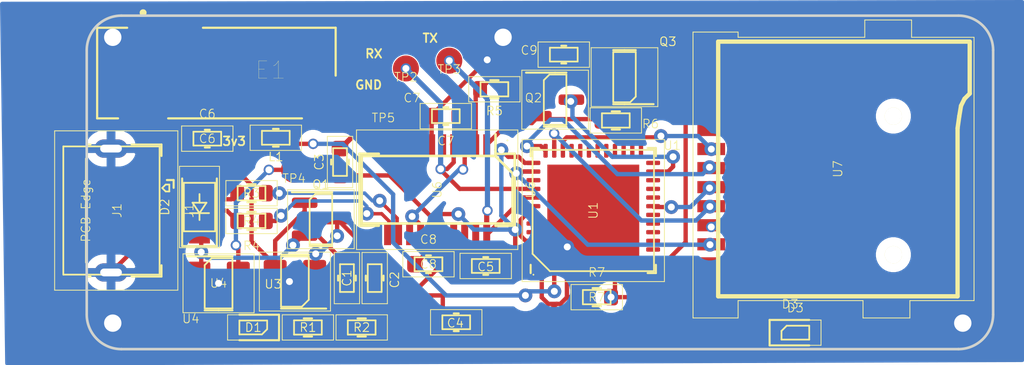
<source format=kicad_pcb>
(kicad_pcb (version 20171130) (host pcbnew 5.1.10)

  (general
    (thickness 1.6)
    (drawings 14)
    (tracks 331)
    (zones 0)
    (modules 34)
    (nets 71)
  )

  (page A4)
  (layers
    (0 F.Cu signal)
    (31 B.Cu signal)
    (32 B.Adhes user)
    (33 F.Adhes user)
    (34 B.Paste user)
    (35 F.Paste user)
    (36 B.SilkS user)
    (37 F.SilkS user)
    (38 B.Mask user)
    (39 F.Mask user)
    (40 Dwgs.User user)
    (41 Cmts.User user)
    (42 Eco1.User user)
    (43 Eco2.User user)
    (44 Edge.Cuts user)
    (45 Margin user)
    (46 B.CrtYd user)
    (47 F.CrtYd user)
    (48 B.Fab user)
    (49 F.Fab user hide)
  )

  (setup
    (last_trace_width 0.25)
    (user_trace_width 0.25)
    (trace_clearance 0.2)
    (zone_clearance 0.508)
    (zone_45_only no)
    (trace_min 0.2)
    (via_size 0.6)
    (via_drill 0.4)
    (via_min_size 0.4)
    (via_min_drill 0.3)
    (uvia_size 0.3)
    (uvia_drill 0.1)
    (uvias_allowed no)
    (uvia_min_size 0.2)
    (uvia_min_drill 0.1)
    (edge_width 0.05)
    (segment_width 0.2)
    (pcb_text_width 0.3)
    (pcb_text_size 1.5 1.5)
    (mod_edge_width 0.12)
    (mod_text_size 0.5 0.5)
    (mod_text_width 0.075)
    (pad_size 1.524 1.524)
    (pad_drill 0.762)
    (pad_to_mask_clearance 0)
    (aux_axis_origin 0 0)
    (visible_elements FFFFFF7F)
    (pcbplotparams
      (layerselection 0x010fc_ffffffff)
      (usegerberextensions false)
      (usegerberattributes true)
      (usegerberadvancedattributes true)
      (creategerberjobfile true)
      (excludeedgelayer true)
      (linewidth 0.100000)
      (plotframeref false)
      (viasonmask false)
      (mode 1)
      (useauxorigin false)
      (hpglpennumber 1)
      (hpglpenspeed 20)
      (hpglpendiameter 15.000000)
      (psnegative false)
      (psa4output false)
      (plotreference true)
      (plotvalue true)
      (plotinvisibletext false)
      (padsonsilk false)
      (subtractmaskfromsilk false)
      (outputformat 1)
      (mirror false)
      (drillshape 1)
      (scaleselection 1)
      (outputdirectory ""))
  )

  (net 0 "")
  (net 1 "Net-(U1-Pad48)")
  (net 2 "Net-(U1-Pad47)")
  (net 3 +3V3)
  (net 4 "Net-(U1-Pad45)")
  (net 5 "Net-(U1-Pad44)")
  (net 6 "Net-(U1-Pad42)")
  (net 7 "Net-(U1-Pad39)")
  (net 8 "Net-(U1-Pad33)")
  (net 9 "Net-(U1-Pad32)")
  (net 10 "Net-(U1-Pad31)")
  (net 11 "Net-(U1-Pad30)")
  (net 12 "Net-(U1-Pad29)")
  (net 13 "Net-(U1-Pad28)")
  (net 14 "Net-(U1-Pad27)")
  (net 15 "Net-(U1-Pad26)")
  (net 16 "Net-(U1-Pad25)")
  (net 17 "Net-(U1-Pad24)")
  (net 18 "Net-(U1-Pad22)")
  (net 19 "Net-(U1-Pad21)")
  (net 20 "Net-(U1-Pad20)")
  (net 21 "Net-(U1-Pad18)")
  (net 22 "Net-(U1-Pad17)")
  (net 23 "Net-(U1-Pad16)")
  (net 24 "Net-(U1-Pad15)")
  (net 25 "Net-(U1-Pad14)")
  (net 26 "Net-(U1-Pad13)")
  (net 27 "Net-(U1-Pad12)")
  (net 28 "Net-(U1-Pad11)")
  (net 29 "Net-(U1-Pad10)")
  (net 30 "Net-(U1-Pad8)")
  (net 31 "Net-(U1-Pad7)")
  (net 32 "Net-(U1-Pad6)")
  (net 33 "Net-(U1-Pad5)")
  (net 34 VBAT)
  (net 35 "Net-(C1-Pad1)")
  (net 36 "Net-(D1-Pad2)")
  (net 37 IO0)
  (net 38 "Net-(Q2-Pad2)")
  (net 39 "Net-(Q2-Pad1)")
  (net 40 "Net-(Q3-Pad3)")
  (net 41 EN)
  (net 42 "Net-(Q3-Pad1)")
  (net 43 TXD)
  (net 44 RXD)
  (net 45 RED)
  (net 46 GREEN)
  (net 47 "Net-(L1-Pad1)")
  (net 48 GND)
  (net 49 "Net-(U4-Pad4)")
  (net 50 "Net-(U6-Pad19)")
  (net 51 "Net-(U6-Pad18)")
  (net 52 "Net-(U6-Pad17)")
  (net 53 "Net-(C7-Pad1)")
  (net 54 "Net-(U6-Pad10)")
  (net 55 "Net-(U6-Pad9)")
  (net 56 "Net-(U6-Pad8)")
  (net 57 "Net-(U6-Pad7)")
  (net 58 "Net-(U6-Pad5)")
  (net 59 "Net-(D1-Pad1)")
  (net 60 D+)
  (net 61 "Net-(J1-Pad4)")
  (net 62 D-)
  (net 63 "Net-(R1-Pad1)")
  (net 64 "Net-(R2-Pad1)")
  (net 65 CLK)
  (net 66 "Net-(U7-Pad9)")
  (net 67 MISO)
  (net 68 MOSI)
  (net 69 CS)
  (net 70 "Net-(C6-Pad2)")

  (net_class Default "This is the default net class."
    (clearance 0.2)
    (trace_width 0.25)
    (via_dia 0.6)
    (via_drill 0.4)
    (uvia_dia 0.3)
    (uvia_drill 0.1)
    (add_net +3V3)
    (add_net EN)
    (add_net GREEN)
    (add_net IO0)
    (add_net "Net-(C1-Pad1)")
    (add_net "Net-(C6-Pad2)")
    (add_net "Net-(C7-Pad1)")
    (add_net "Net-(D1-Pad1)")
    (add_net "Net-(D1-Pad2)")
    (add_net "Net-(J1-Pad4)")
    (add_net "Net-(L1-Pad1)")
    (add_net "Net-(Q2-Pad1)")
    (add_net "Net-(Q2-Pad2)")
    (add_net "Net-(Q3-Pad1)")
    (add_net "Net-(Q3-Pad3)")
    (add_net "Net-(R1-Pad1)")
    (add_net "Net-(R2-Pad1)")
    (add_net "Net-(U1-Pad10)")
    (add_net "Net-(U1-Pad11)")
    (add_net "Net-(U1-Pad12)")
    (add_net "Net-(U1-Pad13)")
    (add_net "Net-(U1-Pad14)")
    (add_net "Net-(U1-Pad15)")
    (add_net "Net-(U1-Pad16)")
    (add_net "Net-(U1-Pad17)")
    (add_net "Net-(U1-Pad18)")
    (add_net "Net-(U1-Pad20)")
    (add_net "Net-(U1-Pad21)")
    (add_net "Net-(U1-Pad22)")
    (add_net "Net-(U1-Pad24)")
    (add_net "Net-(U1-Pad25)")
    (add_net "Net-(U1-Pad26)")
    (add_net "Net-(U1-Pad27)")
    (add_net "Net-(U1-Pad28)")
    (add_net "Net-(U1-Pad29)")
    (add_net "Net-(U1-Pad30)")
    (add_net "Net-(U1-Pad31)")
    (add_net "Net-(U1-Pad32)")
    (add_net "Net-(U1-Pad33)")
    (add_net "Net-(U1-Pad39)")
    (add_net "Net-(U1-Pad42)")
    (add_net "Net-(U1-Pad44)")
    (add_net "Net-(U1-Pad45)")
    (add_net "Net-(U1-Pad47)")
    (add_net "Net-(U1-Pad48)")
    (add_net "Net-(U1-Pad5)")
    (add_net "Net-(U1-Pad6)")
    (add_net "Net-(U1-Pad7)")
    (add_net "Net-(U1-Pad8)")
    (add_net "Net-(U4-Pad4)")
    (add_net "Net-(U6-Pad10)")
    (add_net "Net-(U6-Pad17)")
    (add_net "Net-(U6-Pad18)")
    (add_net "Net-(U6-Pad19)")
    (add_net "Net-(U6-Pad5)")
    (add_net "Net-(U6-Pad7)")
    (add_net "Net-(U6-Pad8)")
    (add_net "Net-(U6-Pad9)")
    (add_net "Net-(U7-Pad9)")
    (add_net RED)
  )

  (net_class thicc ""
    (clearance 0.25)
    (trace_width 0.3)
    (via_dia 0.6)
    (via_drill 0.4)
    (uvia_dia 0.3)
    (uvia_drill 0.1)
    (add_net CLK)
    (add_net CS)
    (add_net D+)
    (add_net D-)
    (add_net GND)
    (add_net MISO)
    (add_net MOSI)
    (add_net RXD)
    (add_net TXD)
    (add_net VBAT)
  )

  (module Package_SO:SSOP-20_3.9x8.7mm_P0.635mm (layer F.Cu) (tedit 5A4A2523) (tstamp 60CB0D95)
    (at 180.7 120.8 270)
    (descr "SSOP20: plastic shrink small outline package; 24 leads; body width 3.9 mm; lead pitch 0.635; (see http://www.ftdichip.com/Support/Documents/DataSheets/ICs/DS_FT231X.pdf)")
    (tags "SSOP 0.635")
    (path /60E3314E)
    (attr smd)
    (fp_text reference U6 (at 0 -5.4 90) (layer F.SilkS)
      (effects (font (size 0.5 0.5) (thickness 0.05)))
    )
    (fp_text value FT231XS (at 0 5.4 90) (layer F.SilkS) hide
      (effects (font (size 0.5 0.5) (thickness 0.05)))
    )
    (fp_line (start -2.075 -3.365) (end -3.2 -3.365) (layer F.SilkS) (width 0.15))
    (fp_line (start -2.075 4.475) (end 2.075 4.475) (layer F.SilkS) (width 0.15))
    (fp_line (start -2.075 -4.475) (end 2.075 -4.475) (layer F.SilkS) (width 0.15))
    (fp_line (start -2.075 4.475) (end -2.075 3.365) (layer F.SilkS) (width 0.15))
    (fp_line (start 2.075 4.475) (end 2.075 3.365) (layer F.SilkS) (width 0.15))
    (fp_line (start 2.075 -4.475) (end 2.075 -3.365) (layer F.SilkS) (width 0.15))
    (fp_line (start -2.075 -3.365) (end -2.075 -4.475) (layer F.SilkS) (width 0.15))
    (fp_line (start -3.45 4.65) (end 3.45 4.65) (layer F.SilkS) (width 0.05))
    (fp_line (start -3.45 -4.65) (end 3.45 -4.65) (layer F.SilkS) (width 0.05))
    (fp_line (start 3.45 -4.65) (end 3.45 4.65) (layer F.SilkS) (width 0.05))
    (fp_line (start -3.45 -4.65) (end -3.45 4.65) (layer F.SilkS) (width 0.05))
    (fp_line (start -1.95 -3.35) (end -0.95 -4.35) (layer F.SilkS) (width 0.15))
    (fp_line (start -1.95 4.35) (end -1.95 -3.35) (layer F.SilkS) (width 0.15))
    (fp_line (start 1.95 4.35) (end -1.95 4.35) (layer F.SilkS) (width 0.15))
    (fp_line (start 1.95 -4.35) (end 1.95 4.35) (layer F.SilkS) (width 0.15))
    (fp_line (start -0.95 -4.35) (end 1.95 -4.35) (layer F.SilkS) (width 0.15))
    (fp_text user %R (at 0 0 90) (layer F.SilkS)
      (effects (font (size 0.5 0.5) (thickness 0.05)))
    )
    (pad 20 smd rect (at 2.6 -2.8575 270) (size 1.2 0.4) (layers F.Cu F.Paste F.Mask)
      (net 43 TXD))
    (pad 19 smd rect (at 2.6 -2.2225 270) (size 1.2 0.4) (layers F.Cu F.Paste F.Mask)
      (net 50 "Net-(U6-Pad19)"))
    (pad 18 smd rect (at 2.6 -1.5875 270) (size 1.2 0.4) (layers F.Cu F.Paste F.Mask)
      (net 51 "Net-(U6-Pad18)"))
    (pad 17 smd rect (at 2.6 -0.9525 270) (size 1.2 0.4) (layers F.Cu F.Paste F.Mask)
      (net 52 "Net-(U6-Pad17)"))
    (pad 16 smd rect (at 2.6 -0.3175 270) (size 1.2 0.4) (layers F.Cu F.Paste F.Mask)
      (net 48 GND))
    (pad 15 smd rect (at 2.6 0.3175 270) (size 1.2 0.4) (layers F.Cu F.Paste F.Mask)
      (net 3 +3V3))
    (pad 14 smd rect (at 2.6 0.9525 270) (size 1.2 0.4) (layers F.Cu F.Paste F.Mask)
      (net 53 "Net-(C7-Pad1)"))
    (pad 13 smd rect (at 2.6 1.5875 270) (size 1.2 0.4) (layers F.Cu F.Paste F.Mask)
      (net 53 "Net-(C7-Pad1)"))
    (pad 12 smd rect (at 2.6 2.2225 270) (size 1.2 0.4) (layers F.Cu F.Paste F.Mask)
      (net 62 D-))
    (pad 11 smd rect (at 2.6 2.8575 270) (size 1.2 0.4) (layers F.Cu F.Paste F.Mask)
      (net 60 D+))
    (pad 10 smd rect (at -2.6 2.8575 270) (size 1.2 0.4) (layers F.Cu F.Paste F.Mask)
      (net 54 "Net-(U6-Pad10)"))
    (pad 9 smd rect (at -2.6 2.2225 270) (size 1.2 0.4) (layers F.Cu F.Paste F.Mask)
      (net 55 "Net-(U6-Pad9)"))
    (pad 8 smd rect (at -2.6 1.5875 270) (size 1.2 0.4) (layers F.Cu F.Paste F.Mask)
      (net 56 "Net-(U6-Pad8)"))
    (pad 7 smd rect (at -2.6 0.9525 270) (size 1.2 0.4) (layers F.Cu F.Paste F.Mask)
      (net 57 "Net-(U6-Pad7)"))
    (pad 6 smd rect (at -2.6 0.3175 270) (size 1.2 0.4) (layers F.Cu F.Paste F.Mask)
      (net 48 GND))
    (pad 5 smd rect (at -2.6 -0.3175 270) (size 1.2 0.4) (layers F.Cu F.Paste F.Mask)
      (net 58 "Net-(U6-Pad5)"))
    (pad 4 smd rect (at -2.6 -0.9525 270) (size 1.2 0.4) (layers F.Cu F.Paste F.Mask)
      (net 44 RXD))
    (pad 3 smd rect (at -2.6 -1.5875 270) (size 1.2 0.4) (layers F.Cu F.Paste F.Mask)
      (net 53 "Net-(C7-Pad1)"))
    (pad 2 smd rect (at -2.6 -2.2225 270) (size 1.2 0.4) (layers F.Cu F.Paste F.Mask)
      (net 40 "Net-(Q3-Pad3)"))
    (pad 1 smd rect (at -2.6 -2.8575 270) (size 1.2 0.4) (layers F.Cu F.Paste F.Mask)
      (net 38 "Net-(Q2-Pad2)"))
    (model ${KICAD6_3DMODEL_DIR}/Package_SO.3dshapes/SSOP-20_3.9x8.7mm_P0.635mm.wrl
      (at (xyz 0 0 0))
      (scale (xyz 1 1 1))
      (rotate (xyz 0 0 0))
    )
  )

  (module LED_SMD:LED_0603_1608Metric (layer F.Cu) (tedit 5F68FEF1) (tstamp 60C9C16C)
    (at 201.35 129.05)
    (descr "LED SMD 0603 (1608 Metric), square (rectangular) end terminal, IPC_7351 nominal, (Body size source: http://www.tortai-tech.com/upload/download/2011102023233369053.pdf), generated with kicad-footprint-generator")
    (tags LED)
    (path /60DF7FD9)
    (attr smd)
    (fp_text reference D3 (at 0 -1.43) (layer F.SilkS)
      (effects (font (size 0.5 0.5) (thickness 0.05)))
    )
    (fp_text value LED_RGBA (at 0 1.43) (layer F.SilkS) hide
      (effects (font (size 0.5 0.5) (thickness 0.05)))
    )
    (fp_line (start 0.8 -0.4) (end -0.5 -0.4) (layer F.SilkS) (width 0.1))
    (fp_line (start -0.5 -0.4) (end -0.8 -0.1) (layer F.SilkS) (width 0.1))
    (fp_line (start -0.8 -0.1) (end -0.8 0.4) (layer F.SilkS) (width 0.1))
    (fp_line (start -0.8 0.4) (end 0.8 0.4) (layer F.SilkS) (width 0.1))
    (fp_line (start 0.8 0.4) (end 0.8 -0.4) (layer F.SilkS) (width 0.1))
    (fp_line (start 0.8 -0.735) (end -1.485 -0.735) (layer F.SilkS) (width 0.12))
    (fp_line (start -1.485 -0.735) (end -1.485 0.735) (layer F.SilkS) (width 0.12))
    (fp_line (start -1.485 0.735) (end 0.8 0.735) (layer F.SilkS) (width 0.12))
    (fp_line (start -1.48 0.73) (end -1.48 -0.73) (layer F.SilkS) (width 0.05))
    (fp_line (start -1.48 -0.73) (end 1.48 -0.73) (layer F.SilkS) (width 0.05))
    (fp_line (start 1.48 -0.73) (end 1.48 0.73) (layer F.SilkS) (width 0.05))
    (fp_line (start 1.48 0.73) (end -1.48 0.73) (layer F.SilkS) (width 0.05))
    (fp_text user %R (at -0.3 -1.65) (layer F.SilkS)
      (effects (font (size 0.5 0.5) (thickness 0.05)))
    )
    (pad 1 smd roundrect (at -0.7875 0) (size 0.875 0.95) (layers F.Cu F.Paste F.Mask) (roundrect_rratio 0.25)
      (net 45 RED))
    (pad 2 smd roundrect (at 0.7875 0) (size 0.875 0.95) (layers F.Cu F.Paste F.Mask) (roundrect_rratio 0.25)
      (net 46 GREEN))
    (model ${KICAD6_3DMODEL_DIR}/LED_SMD.3dshapes/LED_0603_1608Metric.wrl
      (at (xyz 0 0 0))
      (scale (xyz 1 1 1))
      (rotate (xyz 0 0 0))
    )
  )

  (module PRO-0B-440:ANT_PRO-OB-440 (layer F.Cu) (tedit 60CB6EE5) (tstamp 60CC06FA)
    (at 163.75 112.2)
    (path /60CC20A0)
    (fp_text reference E1 (at 7.35 1.7) (layer F.SilkS)
      (effects (font (size 1 1) (thickness 0.015)))
    )
    (fp_text value PRO-OB-440 (at 5.89 6.365) (layer F.Fab)
      (effects (font (size 1 1) (thickness 0.015)))
    )
    (fp_line (start -2.65 -0.75) (end -0.92 -0.75) (layer F.SilkS) (width 0.127))
    (fp_line (start -2.65 4.48) (end -1.445 4.48) (layer F.SilkS) (width 0.127))
    (fp_poly (pts (xy -1.125 2.43) (xy 1.125 2.43) (xy 1.125 5.03) (xy -1.125 5.03)) (layer Dwgs.User) (width 0.01))
    (fp_poly (pts (xy -1.125 2.43) (xy 1.125 2.43) (xy 1.125 5.03) (xy -1.125 5.03)) (layer Dwgs.User) (width 0.01))
    (fp_poly (pts (xy -1.125 2.43) (xy 1.125 2.43) (xy 1.125 5.03) (xy -1.125 5.03)) (layer Dwgs.User) (width 0.01))
    (fp_line (start 12.175 2.08) (end 12.175 5.35) (layer F.CrtYd) (width 0.05))
    (fp_line (start 11.35 2.08) (end 12.175 2.08) (layer F.CrtYd) (width 0.05))
    (fp_line (start 11.35 -1) (end 11.35 2.08) (layer F.CrtYd) (width 0.05))
    (fp_poly (pts (xy 9.475 2.33) (xy 11.925 2.33) (xy 11.925 5.13) (xy 9.475 5.13)) (layer Dwgs.User) (width 0.01))
    (fp_poly (pts (xy 9.475 2.33) (xy 11.925 2.33) (xy 11.925 5.13) (xy 9.475 5.13)) (layer Dwgs.User) (width 0.01))
    (fp_poly (pts (xy 9.475 2.33) (xy 11.925 2.33) (xy 11.925 5.13) (xy 9.475 5.13)) (layer Dwgs.User) (width 0.01))
    (fp_poly (pts (xy 1.3 -1.05) (xy 3.1 -1.05) (xy 3.1 1.05) (xy 1.3 1.05)) (layer Dwgs.User) (width 0.01))
    (fp_poly (pts (xy 1.3 -1.05) (xy 3.1 -1.05) (xy 3.1 1.05) (xy 1.3 1.05)) (layer Dwgs.User) (width 0.01))
    (fp_poly (pts (xy 1.3 -1.05) (xy 3.1 -1.05) (xy 3.1 1.05) (xy 1.3 1.05)) (layer Dwgs.User) (width 0.01))
    (fp_line (start -2.65 -0.75) (end -2.65 4.48) (layer F.Fab) (width 0.127))
    (fp_line (start -2.9 4.73) (end -1.375 4.73) (layer F.CrtYd) (width 0.05))
    (fp_line (start -2.9 -1) (end -2.9 4.73) (layer F.CrtYd) (width 0.05))
    (fp_line (start 9.225 5.35) (end 12.175 5.35) (layer F.CrtYd) (width 0.05))
    (fp_line (start 9.225 4.73) (end 9.225 5.35) (layer F.CrtYd) (width 0.05))
    (fp_line (start 3.35 -1.3) (end 3.35 -1) (layer F.CrtYd) (width 0.05))
    (fp_line (start 1.05 -1.3) (end 3.35 -1.3) (layer F.CrtYd) (width 0.05))
    (fp_line (start 1.05 -1) (end 1.05 -1.3) (layer F.CrtYd) (width 0.05))
    (fp_line (start 1.375 5.28) (end 1.375 4.73) (layer F.CrtYd) (width 0.05))
    (fp_line (start -1.375 5.28) (end 1.375 5.28) (layer F.CrtYd) (width 0.05))
    (fp_line (start -1.375 4.73) (end -1.375 5.28) (layer F.CrtYd) (width 0.05))
    (fp_circle (center 0 -1.62) (end 0.1 -1.62) (layer F.Fab) (width 0.2))
    (fp_circle (center 0 -1.62) (end 0.1 -1.62) (layer F.SilkS) (width 0.2))
    (fp_line (start 11.1 -0.75) (end 11.1 2.01) (layer F.SilkS) (width 0.127))
    (fp_line (start 3.45 -0.75) (end 11.1 -0.75) (layer F.SilkS) (width 0.127))
    (fp_line (start 1.445 4.48) (end 9.155 4.48) (layer F.SilkS) (width 0.127))
    (fp_line (start 9.225 4.73) (end 1.375 4.73) (layer F.CrtYd) (width 0.05))
    (fp_line (start 3.35 -1) (end 11.35 -1) (layer F.CrtYd) (width 0.05))
    (fp_line (start -2.9 -1) (end 1.05 -1) (layer F.CrtYd) (width 0.05))
    (fp_line (start -2.65 -0.75) (end -2.65 4.48) (layer F.SilkS) (width 0.127))
    (fp_line (start 11.1 -0.75) (end -2.65 -0.75) (layer F.Fab) (width 0.127))
    (fp_line (start 11.1 4.48) (end 11.1 -0.75) (layer F.Fab) (width 0.127))
    (fp_line (start -2.65 4.48) (end 11.1 4.48) (layer F.Fab) (width 0.127))
    (pad 1 smd rect (at 0 0) (size 1.2 1.5) (layers F.Cu F.Paste F.Mask)
      (net 48 GND))
    (pad 2 smd rect (at 2.2 0) (size 1.2 1.5) (layers F.Cu F.Paste F.Mask)
      (net 70 "Net-(C6-Pad2)"))
    (pad 4 smd rect (at 10.7 3.73) (size 1.2 1.5) (layers F.Cu F.Paste F.Mask))
    (pad 3 smd rect (at 0 3.73) (size 1.2 1.5) (layers F.Cu F.Paste F.Mask))
  )

  (module Capacitor_SMD:C_0603_1608Metric (layer F.Cu) (tedit 5F68FEEE) (tstamp 60C9BFC8)
    (at 175.1 119.2 90)
    (descr "Capacitor SMD 0603 (1608 Metric), square (rectangular) end terminal, IPC_7351 nominal, (Body size source: IPC-SM-782 page 76, https://www.pcb-3d.com/wordpress/wp-content/uploads/ipc-sm-782a_amendment_1_and_2.pdf), generated with kicad-footprint-generator")
    (tags capacitor)
    (path /60D3AAF0)
    (attr smd)
    (fp_text reference C3 (at 0 -1.2 90) (layer F.SilkS)
      (effects (font (size 0.5 0.5) (thickness 0.05)))
    )
    (fp_text value 2.2uF (at 0 1.43 90) (layer F.SilkS) hide
      (effects (font (size 0.5 0.5) (thickness 0.05)))
    )
    (fp_line (start -0.8 0.4) (end -0.8 -0.4) (layer F.SilkS) (width 0.1))
    (fp_line (start -0.8 -0.4) (end 0.8 -0.4) (layer F.SilkS) (width 0.1))
    (fp_line (start 0.8 -0.4) (end 0.8 0.4) (layer F.SilkS) (width 0.1))
    (fp_line (start 0.8 0.4) (end -0.8 0.4) (layer F.SilkS) (width 0.1))
    (fp_line (start -0.14058 -0.51) (end 0.14058 -0.51) (layer F.SilkS) (width 0.12))
    (fp_line (start -0.14058 0.51) (end 0.14058 0.51) (layer F.SilkS) (width 0.12))
    (fp_line (start -1.48 0.73) (end -1.48 -0.73) (layer F.SilkS) (width 0.05))
    (fp_line (start -1.48 -0.73) (end 1.48 -0.73) (layer F.SilkS) (width 0.05))
    (fp_line (start 1.48 -0.73) (end 1.48 0.73) (layer F.SilkS) (width 0.05))
    (fp_line (start 1.48 0.73) (end -1.48 0.73) (layer F.SilkS) (width 0.05))
    (fp_text user %R (at 0 -1.2 90) (layer F.SilkS)
      (effects (font (size 0.5 0.5) (thickness 0.05)))
    )
    (pad 2 smd roundrect (at 0.775 0 90) (size 0.9 0.95) (layers F.Cu F.Paste F.Mask) (roundrect_rratio 0.25)
      (net 48 GND))
    (pad 1 smd roundrect (at -0.775 0 90) (size 0.9 0.95) (layers F.Cu F.Paste F.Mask) (roundrect_rratio 0.25)
      (net 3 +3V3))
    (model ${KICAD6_3DMODEL_DIR}/Capacitor_SMD.3dshapes/C_0603_1608Metric.wrl
      (at (xyz 0 0 0))
      (scale (xyz 1 1 1))
      (rotate (xyz 0 0 0))
    )
  )

  (module microsd:testpad (layer F.Cu) (tedit 60C9747D) (tstamp 60CA16CD)
    (at 181.4 113.35)
    (path /60EE6738)
    (fp_text reference TP3 (at 0 0.5) (layer F.SilkS)
      (effects (font (size 0.5 0.5) (thickness 0.05)))
    )
    (fp_text value txdct (at 0 -0.5) (layer F.SilkS) hide
      (effects (font (size 0.5 0.5) (thickness 0.05)))
    )
    (pad 1 smd circle (at 0 0) (size 1.5 1.5) (layers F.Cu F.Paste F.Mask)
      (net 43 TXD))
  )

  (module Diode_SMD:D_SOD-123 (layer F.Cu) (tedit 58645DC7) (tstamp 60CB04EE)
    (at 167 121.8 90)
    (descr SOD-123)
    (tags SOD-123)
    (path /60D0474E)
    (attr smd)
    (fp_text reference D2 (at 0 -2 90) (layer F.SilkS)
      (effects (font (size 0.5 0.5) (thickness 0.05)))
    )
    (fp_text value D_Schottky (at 0 2.1 90) (layer F.SilkS) hide
      (effects (font (size 0.5 0.5) (thickness 0.05)))
    )
    (fp_line (start -2.25 -1) (end 1.65 -1) (layer F.SilkS) (width 0.12))
    (fp_line (start -2.25 1) (end 1.65 1) (layer F.SilkS) (width 0.12))
    (fp_line (start -2.35 -1.15) (end -2.35 1.15) (layer F.SilkS) (width 0.05))
    (fp_line (start 2.35 1.15) (end -2.35 1.15) (layer F.SilkS) (width 0.05))
    (fp_line (start 2.35 -1.15) (end 2.35 1.15) (layer F.SilkS) (width 0.05))
    (fp_line (start -2.35 -1.15) (end 2.35 -1.15) (layer F.SilkS) (width 0.05))
    (fp_line (start -1.4 -0.9) (end 1.4 -0.9) (layer F.SilkS) (width 0.1))
    (fp_line (start 1.4 -0.9) (end 1.4 0.9) (layer F.SilkS) (width 0.1))
    (fp_line (start 1.4 0.9) (end -1.4 0.9) (layer F.SilkS) (width 0.1))
    (fp_line (start -1.4 0.9) (end -1.4 -0.9) (layer F.SilkS) (width 0.1))
    (fp_line (start -0.75 0) (end -0.35 0) (layer F.SilkS) (width 0.1))
    (fp_line (start -0.35 0) (end -0.35 -0.55) (layer F.SilkS) (width 0.1))
    (fp_line (start -0.35 0) (end -0.35 0.55) (layer F.SilkS) (width 0.1))
    (fp_line (start -0.35 0) (end 0.25 -0.4) (layer F.SilkS) (width 0.1))
    (fp_line (start 0.25 -0.4) (end 0.25 0.4) (layer F.SilkS) (width 0.1))
    (fp_line (start 0.25 0.4) (end -0.35 0) (layer F.SilkS) (width 0.1))
    (fp_line (start 0.25 0) (end 0.75 0) (layer F.SilkS) (width 0.1))
    (fp_line (start -2.25 -1) (end -2.25 1) (layer F.SilkS) (width 0.12))
    (fp_text user %R (at 0 -2 90) (layer F.SilkS)
      (effects (font (size 0.5 0.5) (thickness 0.05)))
    )
    (pad 2 smd rect (at 1.65 0 90) (size 0.9 1.2) (layers F.Cu F.Paste F.Mask)
      (net 36 "Net-(D1-Pad2)"))
    (pad 1 smd rect (at -1.65 0 90) (size 0.9 1.2) (layers F.Cu F.Paste F.Mask)
      (net 35 "Net-(C1-Pad1)"))
    (model ${KICAD6_3DMODEL_DIR}/Diode_SMD.3dshapes/D_SOD-123.wrl
      (at (xyz 0 0 0))
      (scale (xyz 1 1 1))
      (rotate (xyz 0 0 0))
    )
  )

  (module Inductor_SMD:L_0603_1608Metric (layer F.Cu) (tedit 5F68FEF0) (tstamp 60C9C1FA)
    (at 171.4 117.8 180)
    (descr "Inductor SMD 0603 (1608 Metric), square (rectangular) end terminal, IPC_7351 nominal, (Body size source: http://www.tortai-tech.com/upload/download/2011102023233369053.pdf), generated with kicad-footprint-generator")
    (tags inductor)
    (path /60CA3C71)
    (attr smd)
    (fp_text reference L1 (at 0 -1.1) (layer F.SilkS)
      (effects (font (size 0.5 0.5) (thickness 0.05)))
    )
    (fp_text value 1.8nH (at 0 1.43) (layer F.SilkS) hide
      (effects (font (size 0.5 0.5) (thickness 0.05)))
    )
    (fp_line (start -0.8 0.4) (end -0.8 -0.4) (layer F.SilkS) (width 0.1))
    (fp_line (start -0.8 -0.4) (end 0.8 -0.4) (layer F.SilkS) (width 0.1))
    (fp_line (start 0.8 -0.4) (end 0.8 0.4) (layer F.SilkS) (width 0.1))
    (fp_line (start 0.8 0.4) (end -0.8 0.4) (layer F.SilkS) (width 0.1))
    (fp_line (start -0.162779 -0.51) (end 0.162779 -0.51) (layer F.SilkS) (width 0.12))
    (fp_line (start -0.162779 0.51) (end 0.162779 0.51) (layer F.SilkS) (width 0.12))
    (fp_line (start -1.48 0.73) (end -1.48 -0.73) (layer F.SilkS) (width 0.05))
    (fp_line (start -1.48 -0.73) (end 1.48 -0.73) (layer F.SilkS) (width 0.05))
    (fp_line (start 1.48 -0.73) (end 1.48 0.73) (layer F.SilkS) (width 0.05))
    (fp_line (start 1.48 0.73) (end -1.48 0.73) (layer F.SilkS) (width 0.05))
    (fp_text user %R (at 0 -1.1) (layer F.SilkS)
      (effects (font (size 0.5 0.5) (thickness 0.05)))
    )
    (pad 2 smd roundrect (at 0.7875 0 180) (size 0.875 0.95) (layers F.Cu F.Paste F.Mask) (roundrect_rratio 0.25)
      (net 70 "Net-(C6-Pad2)"))
    (pad 1 smd roundrect (at -0.7875 0 180) (size 0.875 0.95) (layers F.Cu F.Paste F.Mask) (roundrect_rratio 0.25)
      (net 47 "Net-(L1-Pad1)"))
    (model ${KICAD6_3DMODEL_DIR}/Inductor_SMD.3dshapes/L_0603_1608Metric.wrl
      (at (xyz 0 0 0))
      (scale (xyz 1 1 1))
      (rotate (xyz 0 0 0))
    )
  )

  (module Capacitor_SMD:C_0603_1608Metric (layer F.Cu) (tedit 5F68FEEE) (tstamp 60C9C01D)
    (at 180.2 125.1)
    (descr "Capacitor SMD 0603 (1608 Metric), square (rectangular) end terminal, IPC_7351 nominal, (Body size source: IPC-SM-782 page 76, https://www.pcb-3d.com/wordpress/wp-content/uploads/ipc-sm-782a_amendment_1_and_2.pdf), generated with kicad-footprint-generator")
    (tags capacitor)
    (path /60E4BF06)
    (attr smd)
    (fp_text reference C8 (at 0 -1.43) (layer F.SilkS)
      (effects (font (size 0.5 0.5) (thickness 0.05)))
    )
    (fp_text value 2.2uF (at 0 1.43) (layer F.SilkS) hide
      (effects (font (size 0.5 0.5) (thickness 0.05)))
    )
    (fp_line (start -0.8 0.4) (end -0.8 -0.4) (layer F.SilkS) (width 0.1))
    (fp_line (start -0.8 -0.4) (end 0.8 -0.4) (layer F.SilkS) (width 0.1))
    (fp_line (start 0.8 -0.4) (end 0.8 0.4) (layer F.SilkS) (width 0.1))
    (fp_line (start 0.8 0.4) (end -0.8 0.4) (layer F.SilkS) (width 0.1))
    (fp_line (start -0.14058 -0.51) (end 0.14058 -0.51) (layer F.SilkS) (width 0.12))
    (fp_line (start -0.14058 0.51) (end 0.14058 0.51) (layer F.SilkS) (width 0.12))
    (fp_line (start -1.48 0.73) (end -1.48 -0.73) (layer F.SilkS) (width 0.05))
    (fp_line (start -1.48 -0.73) (end 1.48 -0.73) (layer F.SilkS) (width 0.05))
    (fp_line (start 1.48 -0.73) (end 1.48 0.73) (layer F.SilkS) (width 0.05))
    (fp_line (start 1.48 0.73) (end -1.48 0.73) (layer F.SilkS) (width 0.05))
    (fp_text user %R (at 0 0) (layer F.SilkS)
      (effects (font (size 0.5 0.5) (thickness 0.05)))
    )
    (pad 2 smd roundrect (at 0.775 0) (size 0.9 0.95) (layers F.Cu F.Paste F.Mask) (roundrect_rratio 0.25)
      (net 48 GND))
    (pad 1 smd roundrect (at -0.775 0) (size 0.9 0.95) (layers F.Cu F.Paste F.Mask) (roundrect_rratio 0.25)
      (net 3 +3V3))
    (model ${KICAD6_3DMODEL_DIR}/Capacitor_SMD.3dshapes/C_0603_1608Metric.wrl
      (at (xyz 0 0 0))
      (scale (xyz 1 1 1))
      (rotate (xyz 0 0 0))
    )
  )

  (module Capacitor_SMD:C_0603_1608Metric (layer F.Cu) (tedit 5F68FEEE) (tstamp 60C9C00C)
    (at 181.2 116.55 180)
    (descr "Capacitor SMD 0603 (1608 Metric), square (rectangular) end terminal, IPC_7351 nominal, (Body size source: IPC-SM-782 page 76, https://www.pcb-3d.com/wordpress/wp-content/uploads/ipc-sm-782a_amendment_1_and_2.pdf), generated with kicad-footprint-generator")
    (tags capacitor)
    (path /60E623EB)
    (attr smd)
    (fp_text reference C7 (at 0 -1.43) (layer F.SilkS)
      (effects (font (size 0.5 0.5) (thickness 0.05)))
    )
    (fp_text value 0.1uF (at 0 1.43) (layer F.SilkS) hide
      (effects (font (size 0.5 0.5) (thickness 0.05)))
    )
    (fp_line (start -0.8 0.4) (end -0.8 -0.4) (layer F.SilkS) (width 0.1))
    (fp_line (start -0.8 -0.4) (end 0.8 -0.4) (layer F.SilkS) (width 0.1))
    (fp_line (start 0.8 -0.4) (end 0.8 0.4) (layer F.SilkS) (width 0.1))
    (fp_line (start 0.8 0.4) (end -0.8 0.4) (layer F.SilkS) (width 0.1))
    (fp_line (start -0.14058 -0.51) (end 0.14058 -0.51) (layer F.SilkS) (width 0.12))
    (fp_line (start -0.14058 0.51) (end 0.14058 0.51) (layer F.SilkS) (width 0.12))
    (fp_line (start -1.48 0.73) (end -1.48 -0.73) (layer F.SilkS) (width 0.05))
    (fp_line (start -1.48 -0.73) (end 1.48 -0.73) (layer F.SilkS) (width 0.05))
    (fp_line (start 1.48 -0.73) (end 1.48 0.73) (layer F.SilkS) (width 0.05))
    (fp_line (start 1.48 0.73) (end -1.48 0.73) (layer F.SilkS) (width 0.05))
    (fp_text user %R (at 1.95 1.05) (layer F.SilkS)
      (effects (font (size 0.5 0.5) (thickness 0.05)))
    )
    (pad 2 smd roundrect (at 0.775 0 180) (size 0.9 0.95) (layers F.Cu F.Paste F.Mask) (roundrect_rratio 0.25)
      (net 48 GND))
    (pad 1 smd roundrect (at -0.775 0 180) (size 0.9 0.95) (layers F.Cu F.Paste F.Mask) (roundrect_rratio 0.25)
      (net 53 "Net-(C7-Pad1)"))
    (model ${KICAD6_3DMODEL_DIR}/Capacitor_SMD.3dshapes/C_0603_1608Metric.wrl
      (at (xyz 0 0 0))
      (scale (xyz 1 1 1))
      (rotate (xyz 0 0 0))
    )
  )

  (module Capacitor_SMD:C_0603_1608Metric (layer F.Cu) (tedit 5F68FEEE) (tstamp 60CB7C9F)
    (at 167.45 117.85)
    (descr "Capacitor SMD 0603 (1608 Metric), square (rectangular) end terminal, IPC_7351 nominal, (Body size source: IPC-SM-782 page 76, https://www.pcb-3d.com/wordpress/wp-content/uploads/ipc-sm-782a_amendment_1_and_2.pdf), generated with kicad-footprint-generator")
    (tags capacitor)
    (path /60CA8290)
    (attr smd)
    (fp_text reference C6 (at 0 -1.43) (layer F.SilkS)
      (effects (font (size 0.5 0.5) (thickness 0.05)))
    )
    (fp_text value 2.7pF (at 0 1.43) (layer F.SilkS) hide
      (effects (font (size 0.5 0.5) (thickness 0.05)))
    )
    (fp_line (start -0.8 0.4) (end -0.8 -0.4) (layer F.SilkS) (width 0.1))
    (fp_line (start -0.8 -0.4) (end 0.8 -0.4) (layer F.SilkS) (width 0.1))
    (fp_line (start 0.8 -0.4) (end 0.8 0.4) (layer F.SilkS) (width 0.1))
    (fp_line (start 0.8 0.4) (end -0.8 0.4) (layer F.SilkS) (width 0.1))
    (fp_line (start -0.14058 -0.51) (end 0.14058 -0.51) (layer F.SilkS) (width 0.12))
    (fp_line (start -0.14058 0.51) (end 0.14058 0.51) (layer F.SilkS) (width 0.12))
    (fp_line (start -1.48 0.73) (end -1.48 -0.73) (layer F.SilkS) (width 0.05))
    (fp_line (start -1.48 -0.73) (end 1.48 -0.73) (layer F.SilkS) (width 0.05))
    (fp_line (start 1.48 -0.73) (end 1.48 0.73) (layer F.SilkS) (width 0.05))
    (fp_line (start 1.48 0.73) (end -1.48 0.73) (layer F.SilkS) (width 0.05))
    (fp_text user %R (at 0 0) (layer F.SilkS)
      (effects (font (size 0.5 0.5) (thickness 0.05)))
    )
    (pad 2 smd roundrect (at 0.775 0) (size 0.9 0.95) (layers F.Cu F.Paste F.Mask) (roundrect_rratio 0.25)
      (net 70 "Net-(C6-Pad2)"))
    (pad 1 smd roundrect (at -0.775 0) (size 0.9 0.95) (layers F.Cu F.Paste F.Mask) (roundrect_rratio 0.25)
      (net 48 GND))
    (model ${KICAD6_3DMODEL_DIR}/Capacitor_SMD.3dshapes/C_0603_1608Metric.wrl
      (at (xyz 0 0 0))
      (scale (xyz 1 1 1))
      (rotate (xyz 0 0 0))
    )
  )

  (module Capacitor_SMD:C_0603_1608Metric (layer F.Cu) (tedit 5F68FEEE) (tstamp 60CBB2FC)
    (at 183.5 125.2 180)
    (descr "Capacitor SMD 0603 (1608 Metric), square (rectangular) end terminal, IPC_7351 nominal, (Body size source: IPC-SM-782 page 76, https://www.pcb-3d.com/wordpress/wp-content/uploads/ipc-sm-782a_amendment_1_and_2.pdf), generated with kicad-footprint-generator")
    (tags capacitor)
    (path /60CB3E89)
    (attr smd)
    (fp_text reference C5 (at 0 -0.05) (layer F.SilkS)
      (effects (font (size 0.5 0.5) (thickness 0.05)))
    )
    (fp_text value 0.1uF (at 0 1.43) (layer F.SilkS) hide
      (effects (font (size 0.5 0.5) (thickness 0.05)))
    )
    (fp_line (start -0.8 0.4) (end -0.8 -0.4) (layer F.SilkS) (width 0.1))
    (fp_line (start -0.8 -0.4) (end 0.8 -0.4) (layer F.SilkS) (width 0.1))
    (fp_line (start 0.8 -0.4) (end 0.8 0.4) (layer F.SilkS) (width 0.1))
    (fp_line (start 0.8 0.4) (end -0.8 0.4) (layer F.SilkS) (width 0.1))
    (fp_line (start -0.14058 -0.51) (end 0.14058 -0.51) (layer F.SilkS) (width 0.12))
    (fp_line (start -0.14058 0.51) (end 0.14058 0.51) (layer F.SilkS) (width 0.12))
    (fp_line (start -1.48 0.73) (end -1.48 -0.73) (layer F.SilkS) (width 0.05))
    (fp_line (start -1.48 -0.73) (end 1.48 -0.73) (layer F.SilkS) (width 0.05))
    (fp_line (start 1.48 -0.73) (end 1.48 0.73) (layer F.SilkS) (width 0.05))
    (fp_line (start 1.48 0.73) (end -1.48 0.73) (layer F.SilkS) (width 0.05))
    (fp_text user %R (at 0 -0.05) (layer F.SilkS)
      (effects (font (size 0.5 0.5) (thickness 0.05)))
    )
    (pad 2 smd roundrect (at 0.775 0 180) (size 0.9 0.95) (layers F.Cu F.Paste F.Mask) (roundrect_rratio 0.25)
      (net 48 GND))
    (pad 1 smd roundrect (at -0.775 0 180) (size 0.9 0.95) (layers F.Cu F.Paste F.Mask) (roundrect_rratio 0.25)
      (net 3 +3V3))
    (model ${KICAD6_3DMODEL_DIR}/Capacitor_SMD.3dshapes/C_0603_1608Metric.wrl
      (at (xyz 0 0 0))
      (scale (xyz 1 1 1))
      (rotate (xyz 0 0 0))
    )
  )

  (module Capacitor_SMD:C_0603_1608Metric (layer F.Cu) (tedit 5F68FEEE) (tstamp 60C9BFD9)
    (at 181.8 128.45 180)
    (descr "Capacitor SMD 0603 (1608 Metric), square (rectangular) end terminal, IPC_7351 nominal, (Body size source: IPC-SM-782 page 76, https://www.pcb-3d.com/wordpress/wp-content/uploads/ipc-sm-782a_amendment_1_and_2.pdf), generated with kicad-footprint-generator")
    (tags capacitor)
    (path /60CB060B)
    (attr smd)
    (fp_text reference C4 (at 0.05 -0.05) (layer F.SilkS)
      (effects (font (size 0.5 0.5) (thickness 0.05)))
    )
    (fp_text value 0.1uF (at 0 1.43) (layer F.SilkS) hide
      (effects (font (size 0.5 0.5) (thickness 0.05)))
    )
    (fp_line (start -0.8 0.4) (end -0.8 -0.4) (layer F.SilkS) (width 0.1))
    (fp_line (start -0.8 -0.4) (end 0.8 -0.4) (layer F.SilkS) (width 0.1))
    (fp_line (start 0.8 -0.4) (end 0.8 0.4) (layer F.SilkS) (width 0.1))
    (fp_line (start 0.8 0.4) (end -0.8 0.4) (layer F.SilkS) (width 0.1))
    (fp_line (start -0.14058 -0.51) (end 0.14058 -0.51) (layer F.SilkS) (width 0.12))
    (fp_line (start -0.14058 0.51) (end 0.14058 0.51) (layer F.SilkS) (width 0.12))
    (fp_line (start -1.48 0.73) (end -1.48 -0.73) (layer F.SilkS) (width 0.05))
    (fp_line (start -1.48 -0.73) (end 1.48 -0.73) (layer F.SilkS) (width 0.05))
    (fp_line (start 1.48 -0.73) (end 1.48 0.73) (layer F.SilkS) (width 0.05))
    (fp_line (start 1.48 0.73) (end -1.48 0.73) (layer F.SilkS) (width 0.05))
    (fp_text user %R (at 0.05 -0.05) (layer F.SilkS)
      (effects (font (size 0.5 0.5) (thickness 0.05)))
    )
    (pad 2 smd roundrect (at 0.775 0 180) (size 0.9 0.95) (layers F.Cu F.Paste F.Mask) (roundrect_rratio 0.25)
      (net 48 GND))
    (pad 1 smd roundrect (at -0.775 0 180) (size 0.9 0.95) (layers F.Cu F.Paste F.Mask) (roundrect_rratio 0.25)
      (net 3 +3V3))
    (model ${KICAD6_3DMODEL_DIR}/Capacitor_SMD.3dshapes/C_0603_1608Metric.wrl
      (at (xyz 0 0 0))
      (scale (xyz 1 1 1))
      (rotate (xyz 0 0 0))
    )
  )

  (module Capacitor_SMD:C_0603_1608Metric (layer F.Cu) (tedit 5F68FEEE) (tstamp 60CB07BC)
    (at 177.1 125.9 270)
    (descr "Capacitor SMD 0603 (1608 Metric), square (rectangular) end terminal, IPC_7351 nominal, (Body size source: IPC-SM-782 page 76, https://www.pcb-3d.com/wordpress/wp-content/uploads/ipc-sm-782a_amendment_1_and_2.pdf), generated with kicad-footprint-generator")
    (tags capacitor)
    (path /60D96D15)
    (attr smd)
    (fp_text reference C2 (at 0.1 -1.15 90) (layer F.SilkS)
      (effects (font (size 0.5 0.5) (thickness 0.05)))
    )
    (fp_text value 10uF (at 0 1.43 90) (layer F.SilkS) hide
      (effects (font (size 0.5 0.5) (thickness 0.05)))
    )
    (fp_line (start -0.8 0.4) (end -0.8 -0.4) (layer F.SilkS) (width 0.1))
    (fp_line (start -0.8 -0.4) (end 0.8 -0.4) (layer F.SilkS) (width 0.1))
    (fp_line (start 0.8 -0.4) (end 0.8 0.4) (layer F.SilkS) (width 0.1))
    (fp_line (start 0.8 0.4) (end -0.8 0.4) (layer F.SilkS) (width 0.1))
    (fp_line (start -0.14058 -0.51) (end 0.14058 -0.51) (layer F.SilkS) (width 0.12))
    (fp_line (start -0.14058 0.51) (end 0.14058 0.51) (layer F.SilkS) (width 0.12))
    (fp_line (start -1.48 0.73) (end -1.48 -0.73) (layer F.SilkS) (width 0.05))
    (fp_line (start -1.48 -0.73) (end 1.48 -0.73) (layer F.SilkS) (width 0.05))
    (fp_line (start 1.48 -0.73) (end 1.48 0.73) (layer F.SilkS) (width 0.05))
    (fp_line (start 1.48 0.73) (end -1.48 0.73) (layer F.SilkS) (width 0.05))
    (fp_text user %R (at 0.1 -1.15 90) (layer F.SilkS)
      (effects (font (size 0.5 0.5) (thickness 0.05)))
    )
    (pad 2 smd roundrect (at 0.775 0 270) (size 0.9 0.95) (layers F.Cu F.Paste F.Mask) (roundrect_rratio 0.25)
      (net 48 GND))
    (pad 1 smd roundrect (at -0.775 0 270) (size 0.9 0.95) (layers F.Cu F.Paste F.Mask) (roundrect_rratio 0.25)
      (net 34 VBAT))
    (model ${KICAD6_3DMODEL_DIR}/Capacitor_SMD.3dshapes/C_0603_1608Metric.wrl
      (at (xyz 0 0 0))
      (scale (xyz 1 1 1))
      (rotate (xyz 0 0 0))
    )
  )

  (module Capacitor_SMD:C_0603_1608Metric (layer F.Cu) (tedit 5F68FEEE) (tstamp 60CB052E)
    (at 175.5 125.9 270)
    (descr "Capacitor SMD 0603 (1608 Metric), square (rectangular) end terminal, IPC_7351 nominal, (Body size source: IPC-SM-782 page 76, https://www.pcb-3d.com/wordpress/wp-content/uploads/ipc-sm-782a_amendment_1_and_2.pdf), generated with kicad-footprint-generator")
    (tags capacitor)
    (path /60D27F15)
    (attr smd)
    (fp_text reference C1 (at 0 0 90) (layer F.SilkS)
      (effects (font (size 0.5 0.5) (thickness 0.05)))
    )
    (fp_text value 1uF (at 0 1.43 90) (layer F.SilkS) hide
      (effects (font (size 0.5 0.5) (thickness 0.05)))
    )
    (fp_line (start -0.8 0.4) (end -0.8 -0.4) (layer F.SilkS) (width 0.1))
    (fp_line (start -0.8 -0.4) (end 0.8 -0.4) (layer F.SilkS) (width 0.1))
    (fp_line (start 0.8 -0.4) (end 0.8 0.4) (layer F.SilkS) (width 0.1))
    (fp_line (start 0.8 0.4) (end -0.8 0.4) (layer F.SilkS) (width 0.1))
    (fp_line (start -0.14058 -0.51) (end 0.14058 -0.51) (layer F.SilkS) (width 0.12))
    (fp_line (start -0.14058 0.51) (end 0.14058 0.51) (layer F.SilkS) (width 0.12))
    (fp_line (start -1.48 0.73) (end -1.48 -0.73) (layer F.SilkS) (width 0.05))
    (fp_line (start -1.48 -0.73) (end 1.48 -0.73) (layer F.SilkS) (width 0.05))
    (fp_line (start 1.48 -0.73) (end 1.48 0.73) (layer F.SilkS) (width 0.05))
    (fp_line (start 1.48 0.73) (end -1.48 0.73) (layer F.SilkS) (width 0.05))
    (fp_text user %R (at 0 0 90) (layer F.SilkS)
      (effects (font (size 0.5 0.5) (thickness 0.05)))
    )
    (pad 2 smd roundrect (at 0.775 0 270) (size 0.9 0.95) (layers F.Cu F.Paste F.Mask) (roundrect_rratio 0.25)
      (net 48 GND))
    (pad 1 smd roundrect (at -0.775 0 270) (size 0.9 0.95) (layers F.Cu F.Paste F.Mask) (roundrect_rratio 0.25)
      (net 35 "Net-(C1-Pad1)"))
    (model ${KICAD6_3DMODEL_DIR}/Capacitor_SMD.3dshapes/C_0603_1608Metric.wrl
      (at (xyz 0 0 0))
      (scale (xyz 1 1 1))
      (rotate (xyz 0 0 0))
    )
  )

  (module Capacitor_SMD:C_0603_1608Metric (layer F.Cu) (tedit 5F68FEEE) (tstamp 60CAECAC)
    (at 188 113 180)
    (descr "Capacitor SMD 0603 (1608 Metric), square (rectangular) end terminal, IPC_7351 nominal, (Body size source: IPC-SM-782 page 76, https://www.pcb-3d.com/wordpress/wp-content/uploads/ipc-sm-782a_amendment_1_and_2.pdf), generated with kicad-footprint-generator")
    (tags capacitor)
    (path /60DF9C31)
    (attr smd)
    (fp_text reference C9 (at 2 0.25) (layer F.SilkS)
      (effects (font (size 0.5 0.5) (thickness 0.05)))
    )
    (fp_text value 2.7pF (at 0 1.43) (layer F.SilkS) hide
      (effects (font (size 0.5 0.5) (thickness 0.05)))
    )
    (fp_line (start -0.8 0.4) (end -0.8 -0.4) (layer F.SilkS) (width 0.1))
    (fp_line (start -0.8 -0.4) (end 0.8 -0.4) (layer F.SilkS) (width 0.1))
    (fp_line (start 0.8 -0.4) (end 0.8 0.4) (layer F.SilkS) (width 0.1))
    (fp_line (start 0.8 0.4) (end -0.8 0.4) (layer F.SilkS) (width 0.1))
    (fp_line (start -0.14058 -0.51) (end 0.14058 -0.51) (layer F.SilkS) (width 0.12))
    (fp_line (start -0.14058 0.51) (end 0.14058 0.51) (layer F.SilkS) (width 0.12))
    (fp_line (start -1.48 0.73) (end -1.48 -0.73) (layer F.SilkS) (width 0.05))
    (fp_line (start -1.48 -0.73) (end 1.48 -0.73) (layer F.SilkS) (width 0.05))
    (fp_line (start 1.48 -0.73) (end 1.48 0.73) (layer F.SilkS) (width 0.05))
    (fp_line (start 1.48 0.73) (end -1.48 0.73) (layer F.SilkS) (width 0.05))
    (pad 2 smd roundrect (at 0.775 0 180) (size 0.9 0.95) (layers F.Cu F.Paste F.Mask) (roundrect_rratio 0.25)
      (net 48 GND))
    (pad 1 smd roundrect (at -0.775 0 180) (size 0.9 0.95) (layers F.Cu F.Paste F.Mask) (roundrect_rratio 0.25)
      (net 41 EN))
    (model ${KICAD6_3DMODEL_DIR}/Capacitor_SMD.3dshapes/C_0603_1608Metric.wrl
      (at (xyz 0 0 0))
      (scale (xyz 1 1 1))
      (rotate (xyz 0 0 0))
    )
  )

  (module Resistor_SMD:R_0603_1608Metric (layer F.Cu) (tedit 5F68FEEE) (tstamp 60CAB86F)
    (at 189.9 127)
    (descr "Resistor SMD 0603 (1608 Metric), square (rectangular) end terminal, IPC_7351 nominal, (Body size source: IPC-SM-782 page 72, https://www.pcb-3d.com/wordpress/wp-content/uploads/ipc-sm-782a_amendment_1_and_2.pdf), generated with kicad-footprint-generator")
    (tags resistor)
    (path /60E16A7D)
    (attr smd)
    (fp_text reference R7 (at 0 -1.43) (layer F.SilkS)
      (effects (font (size 0.5 0.5) (thickness 0.05)))
    )
    (fp_text value 10k (at 0 1.43) (layer F.SilkS) hide
      (effects (font (size 0.5 0.5) (thickness 0.05)))
    )
    (fp_line (start -0.8 0.4125) (end -0.8 -0.4125) (layer F.SilkS) (width 0.1))
    (fp_line (start -0.8 -0.4125) (end 0.8 -0.4125) (layer F.SilkS) (width 0.1))
    (fp_line (start 0.8 -0.4125) (end 0.8 0.4125) (layer F.SilkS) (width 0.1))
    (fp_line (start 0.8 0.4125) (end -0.8 0.4125) (layer F.SilkS) (width 0.1))
    (fp_line (start -0.237258 -0.5225) (end 0.237258 -0.5225) (layer F.SilkS) (width 0.12))
    (fp_line (start -0.237258 0.5225) (end 0.237258 0.5225) (layer F.SilkS) (width 0.12))
    (fp_line (start -1.48 0.73) (end -1.48 -0.73) (layer F.SilkS) (width 0.05))
    (fp_line (start -1.48 -0.73) (end 1.48 -0.73) (layer F.SilkS) (width 0.05))
    (fp_line (start 1.48 -0.73) (end 1.48 0.73) (layer F.SilkS) (width 0.05))
    (fp_line (start 1.48 0.73) (end -1.48 0.73) (layer F.SilkS) (width 0.05))
    (fp_text user %R (at 0 0) (layer F.SilkS)
      (effects (font (size 0.5 0.5) (thickness 0.05)))
    )
    (pad 2 smd roundrect (at 0.825 0) (size 0.8 0.95) (layers F.Cu F.Paste F.Mask) (roundrect_rratio 0.25)
      (net 41 EN))
    (pad 1 smd roundrect (at -0.825 0) (size 0.8 0.95) (layers F.Cu F.Paste F.Mask) (roundrect_rratio 0.25)
      (net 3 +3V3))
    (model ${KICAD6_3DMODEL_DIR}/Resistor_SMD.3dshapes/R_0603_1608Metric.wrl
      (at (xyz 0 0 0))
      (scale (xyz 1 1 1))
      (rotate (xyz 0 0 0))
    )
  )

  (module Package_TO_SOT_SMD:SOT-23-5 (layer F.Cu) (tedit 5F6F9B37) (tstamp 60CB05E8)
    (at 172.5 126.1 180)
    (descr "SOT, 5 Pin (https://www.jedec.org/sites/default/files/docs/Mo-178c.PDF variant AA), generated with kicad-footprint-generator ipc_gullwing_generator.py")
    (tags "SOT TO_SOT_SMD")
    (path /60D74B57)
    (attr smd)
    (fp_text reference U3 (at 1.25 -0.15) (layer F.SilkS)
      (effects (font (size 0.5 0.5) (thickness 0.05)))
    )
    (fp_text value SL4054ST25P (at 0 2.4) (layer F.SilkS) hide
      (effects (font (size 0.5 0.5) (thickness 0.05)))
    )
    (fp_line (start 0 1.56) (end 0.8 1.56) (layer F.SilkS) (width 0.12))
    (fp_line (start 0 1.56) (end -0.8 1.56) (layer F.SilkS) (width 0.12))
    (fp_line (start 0 -1.56) (end 0.8 -1.56) (layer F.SilkS) (width 0.12))
    (fp_line (start 0 -1.56) (end -1.8 -1.56) (layer F.SilkS) (width 0.12))
    (fp_line (start -0.4 -1.45) (end 0.8 -1.45) (layer F.SilkS) (width 0.1))
    (fp_line (start 0.8 -1.45) (end 0.8 1.45) (layer F.SilkS) (width 0.1))
    (fp_line (start 0.8 1.45) (end -0.8 1.45) (layer F.SilkS) (width 0.1))
    (fp_line (start -0.8 1.45) (end -0.8 -1.05) (layer F.SilkS) (width 0.1))
    (fp_line (start -0.8 -1.05) (end -0.4 -1.45) (layer F.SilkS) (width 0.1))
    (fp_line (start -2.05 -1.7) (end -2.05 1.7) (layer F.SilkS) (width 0.05))
    (fp_line (start -2.05 1.7) (end 2.05 1.7) (layer F.SilkS) (width 0.05))
    (fp_line (start 2.05 1.7) (end 2.05 -1.7) (layer F.SilkS) (width 0.05))
    (fp_line (start 2.05 -1.7) (end -2.05 -1.7) (layer F.SilkS) (width 0.05))
    (fp_text user %R (at 1.25 -0.15) (layer F.SilkS)
      (effects (font (size 0.5 0.5) (thickness 0.05)))
    )
    (pad 5 smd roundrect (at 1.1375 -0.95 180) (size 1.325 0.6) (layers F.Cu F.Paste F.Mask) (roundrect_rratio 0.25)
      (net 64 "Net-(R2-Pad1)"))
    (pad 4 smd roundrect (at 1.1375 0.95 180) (size 1.325 0.6) (layers F.Cu F.Paste F.Mask) (roundrect_rratio 0.25)
      (net 36 "Net-(D1-Pad2)"))
    (pad 3 smd roundrect (at -1.1375 0.95 180) (size 1.325 0.6) (layers F.Cu F.Paste F.Mask) (roundrect_rratio 0.25)
      (net 34 VBAT))
    (pad 2 smd roundrect (at -1.1375 0 180) (size 1.325 0.6) (layers F.Cu F.Paste F.Mask) (roundrect_rratio 0.25)
      (net 48 GND))
    (pad 1 smd roundrect (at -1.1375 -0.95 180) (size 1.325 0.6) (layers F.Cu F.Paste F.Mask) (roundrect_rratio 0.25)
      (net 63 "Net-(R1-Pad1)"))
    (model ${KICAD6_3DMODEL_DIR}/Package_TO_SOT_SMD.3dshapes/SOT-23-5.wrl
      (at (xyz 0 0 0))
      (scale (xyz 1 1 1))
      (rotate (xyz 0 0 0))
    )
  )

  (module microsd:testpad (layer F.Cu) (tedit 60C9747D) (tstamp 60CA16FD)
    (at 177.6 116.15)
    (path /60D3CC40)
    (fp_text reference TP5 (at 0 0.5) (layer F.SilkS)
      (effects (font (size 0.5 0.5) (thickness 0.05)))
    )
    (fp_text value TestPoint (at 0 -0.5) (layer F.SilkS) hide
      (effects (font (size 0.5 0.5) (thickness 0.05)))
    )
    (pad 1 smd circle (at 0 0) (size 1.5 1.5) (layers F.Cu F.Paste F.Mask)
      (net 48 GND))
  )

  (module microsd:testpad (layer F.Cu) (tedit 60C9747D) (tstamp 60CA16E5)
    (at 172.45 119.65)
    (path /60D353F1)
    (fp_text reference TP4 (at 0 0.5) (layer F.SilkS)
      (effects (font (size 0.5 0.5) (thickness 0.05)))
    )
    (fp_text value TestPoint (at 0 -0.5) (layer F.SilkS) hide
      (effects (font (size 0.5 0.5) (thickness 0.05)))
    )
    (pad 1 smd circle (at 0 0) (size 1.5 1.5) (layers F.Cu F.Paste F.Mask)
      (net 3 +3V3))
  )

  (module microsd:testpad (layer F.Cu) (tedit 60C9747D) (tstamp 60CA16D9)
    (at 178.9 113.8)
    (path /60EE269A)
    (fp_text reference TP2 (at 0 0.5) (layer F.SilkS)
      (effects (font (size 0.5 0.5) (thickness 0.05)))
    )
    (fp_text value rxdct (at 0 -0.5) (layer F.SilkS) hide
      (effects (font (size 0.5 0.5) (thickness 0.05)))
    )
    (pad 1 smd circle (at 0 0) (size 1.5 1.5) (layers F.Cu F.Paste F.Mask)
      (net 44 RXD))
  )

  (module microsd:GCT-MEM2055-00-190-01-A (layer F.Cu) (tedit 57311858) (tstamp 60CA345C)
    (at 195.7 119.6 270)
    (descr http://www.farnell.com/datasheets/1917242.pdf)
    (tags "MicroSD card socket")
    (path /60CDA7E3)
    (fp_text reference U7 (at 0 -8.1 90) (layer F.SilkS)
      (effects (font (size 0.5 0.5) (thickness 0.05)))
    )
    (fp_text value MicroSD_SPI_CD (at 0 -16.9 90) (layer F.SilkS) hide
      (effects (font (size 0.5 0.5) (thickness 0.05)))
    )
    (fp_line (start -7.6 -2.35) (end -7.9 -2.35) (layer F.SilkS) (width 0.05))
    (fp_line (start -7.9 -2.35) (end -7.9 0.25) (layer F.SilkS) (width 0.05))
    (fp_line (start 8.6 -2.35) (end 8.6 0.25) (layer F.SilkS) (width 0.05))
    (fp_line (start 7.6 -2.35) (end 8.6 -2.35) (layer F.SilkS) (width 0.05))
    (fp_line (start 7.6 -9.55) (end 7.6 -2.35) (layer F.SilkS) (width 0.05))
    (fp_line (start 7.6 -9.55) (end 8.6 -9.55) (layer F.SilkS) (width 0.05))
    (fp_line (start -8.6 -12.35) (end -7.6 -12.35) (layer F.SilkS) (width 0.05))
    (fp_line (start -7.6 -12.35) (end -7.6 -15.95) (layer F.SilkS) (width 0.05))
    (fp_line (start 7.6 -15.95) (end 7.6 -12.25) (layer F.SilkS) (width 0.05))
    (fp_line (start 7.6 -12.25) (end 8.6 -12.25) (layer F.SilkS) (width 0.05))
    (fp_line (start -8.6 -9.65) (end -7.6 -9.65) (layer F.SilkS) (width 0.05))
    (fp_line (start -7.6 -9.65) (end -7.6 -2.35) (layer F.SilkS) (width 0.05))
    (fp_line (start -7.9 0.25) (end 8.6 0.25) (layer F.SilkS) (width 0.05))
    (fp_line (start 8.6 -12.25) (end 8.6 -9.55) (layer F.SilkS) (width 0.05))
    (fp_line (start -7.6 -15.95) (end 7.6 -15.95) (layer F.SilkS) (width 0.05))
    (fp_line (start -8.6 -12.35) (end -8.6 -9.65) (layer F.SilkS) (width 0.05))
    (fp_line (start 7.35 -15) (end -2.35 -15) (layer F.SilkS) (width 0.25))
    (fp_line (start -2.35 -15) (end -3.05 -15.1) (layer F.SilkS) (width 0.25))
    (fp_line (start -3.05 -15.1) (end -3.65 -15.2) (layer F.SilkS) (width 0.25))
    (fp_line (start -3.65 -15.2) (end -4.05 -15.4) (layer F.SilkS) (width 0.25))
    (fp_line (start -4.05 -15.4) (end -4.35 -15.7) (layer F.SilkS) (width 0.25))
    (fp_line (start -4.35 -15.7) (end -7.35 -15.7) (layer F.SilkS) (width 0.25))
    (fp_line (start -7.35 -15.7) (end -7.35 -1.2) (layer F.SilkS) (width 0.25))
    (fp_line (start 7.35 -1.2) (end -7.35 -1.2) (layer F.SilkS) (width 0.25))
    (fp_line (start 7.35 -1.2) (end 7.35 -15) (layer F.SilkS) (width 0.25))
    (pad "" np_thru_hole circle (at -3.05 -11.3 90) (size 1 1) (drill 1) (layers *.Cu *.Mask F.SilkS))
    (pad "" np_thru_hole circle (at 4.95 -11.3 90) (size 1 1) (drill 1) (layers *.Cu *.Mask F.SilkS))
    (pad 9 smd rect (at 6.55 -0.8 270) (size 0.7 1.6) (layers F.Cu F.Paste F.Mask)
      (net 66 "Net-(U7-Pad9)"))
    (pad "" smd rect (at 7.75 -10.9 90) (size 1.2 2.2) (layers F.Cu F.Paste F.Mask))
    (pad ~ smd rect (at -7.75 -11 90) (size 1.2 2.2) (layers F.Cu F.Paste F.Mask))
    (pad "" smd rect (at -6.85 -1.4 270) (size 1.6 1.4) (layers F.Cu F.Paste F.Mask))
    (pad 10 smd rect (at 7.75 -1.4 270) (size 1.2 1.4) (layers F.Cu F.Paste F.Mask))
    (pad 1 smd rect (at -2.25 -0.8 270) (size 0.7 1.6) (layers F.Cu F.Paste F.Mask))
    (pad 2 smd rect (at -1.15 -0.8 270) (size 0.7 1.6) (layers F.Cu F.Paste F.Mask)
      (net 69 CS))
    (pad 3 smd rect (at -0.05 -0.8 270) (size 0.7 1.6) (layers F.Cu F.Paste F.Mask)
      (net 68 MOSI))
    (pad 4 smd rect (at 1.05 -0.8 270) (size 0.7 1.6) (layers F.Cu F.Paste F.Mask)
      (net 3 +3V3))
    (pad 5 smd rect (at 2.15 -0.8 270) (size 0.7 1.6) (layers F.Cu F.Paste F.Mask)
      (net 65 CLK))
    (pad 6 smd rect (at 3.25 -0.8 270) (size 0.7 1.6) (layers F.Cu F.Paste F.Mask)
      (net 48 GND))
    (pad 7 smd rect (at 4.35 -0.8 270) (size 0.7 1.6) (layers F.Cu F.Paste F.Mask)
      (net 67 MISO))
    (pad 8 smd rect (at 5.45 -0.8 270) (size 0.7 1.6) (layers F.Cu F.Paste F.Mask))
    (model zap.3dshapes/GCT-MEM2055-00-190-01-A.wrl
      (at (xyz 0 0 0))
      (scale (xyz 1 1 1))
      (rotate (xyz 0 0 0))
    )
  )

  (module Resistor_SMD:R_0603_1608Metric (layer F.Cu) (tedit 5F68FEEE) (tstamp 60C9C2D8)
    (at 191 116.8 180)
    (descr "Resistor SMD 0603 (1608 Metric), square (rectangular) end terminal, IPC_7351 nominal, (Body size source: IPC-SM-782 page 72, https://www.pcb-3d.com/wordpress/wp-content/uploads/ipc-sm-782a_amendment_1_and_2.pdf), generated with kicad-footprint-generator")
    (tags resistor)
    (path /60F0D0EF)
    (attr smd)
    (fp_text reference R6 (at -2 -0.2) (layer F.SilkS)
      (effects (font (size 0.5 0.5) (thickness 0.05)))
    )
    (fp_text value 10k (at 0 1.43) (layer F.SilkS) hide
      (effects (font (size 0.5 0.5) (thickness 0.05)))
    )
    (fp_line (start 1.48 0.73) (end -1.48 0.73) (layer F.SilkS) (width 0.05))
    (fp_line (start 1.48 -0.73) (end 1.48 0.73) (layer F.SilkS) (width 0.05))
    (fp_line (start -1.48 -0.73) (end 1.48 -0.73) (layer F.SilkS) (width 0.05))
    (fp_line (start -1.48 0.73) (end -1.48 -0.73) (layer F.SilkS) (width 0.05))
    (fp_line (start -0.237258 0.5225) (end 0.237258 0.5225) (layer F.SilkS) (width 0.12))
    (fp_line (start -0.237258 -0.5225) (end 0.237258 -0.5225) (layer F.SilkS) (width 0.12))
    (fp_line (start 0.8 0.4125) (end -0.8 0.4125) (layer F.SilkS) (width 0.1))
    (fp_line (start 0.8 -0.4125) (end 0.8 0.4125) (layer F.SilkS) (width 0.1))
    (fp_line (start -0.8 -0.4125) (end 0.8 -0.4125) (layer F.SilkS) (width 0.1))
    (fp_line (start -0.8 0.4125) (end -0.8 -0.4125) (layer F.SilkS) (width 0.1))
    (pad 2 smd roundrect (at 0.825 0 180) (size 0.8 0.95) (layers F.Cu F.Paste F.Mask) (roundrect_rratio 0.25)
      (net 38 "Net-(Q2-Pad2)"))
    (pad 1 smd roundrect (at -0.825 0 180) (size 0.8 0.95) (layers F.Cu F.Paste F.Mask) (roundrect_rratio 0.25)
      (net 42 "Net-(Q3-Pad1)"))
    (model ${KICAD6_3DMODEL_DIR}/Resistor_SMD.3dshapes/R_0603_1608Metric.wrl
      (at (xyz 0 0 0))
      (scale (xyz 1 1 1))
      (rotate (xyz 0 0 0))
    )
  )

  (module Resistor_SMD:R_0603_1608Metric (layer F.Cu) (tedit 5F68FEEE) (tstamp 60C9C2C7)
    (at 184 115 180)
    (descr "Resistor SMD 0603 (1608 Metric), square (rectangular) end terminal, IPC_7351 nominal, (Body size source: IPC-SM-782 page 72, https://www.pcb-3d.com/wordpress/wp-content/uploads/ipc-sm-782a_amendment_1_and_2.pdf), generated with kicad-footprint-generator")
    (tags resistor)
    (path /60F0A169)
    (attr smd)
    (fp_text reference R5 (at 0 -1.25) (layer F.SilkS)
      (effects (font (size 0.5 0.5) (thickness 0.05)))
    )
    (fp_text value 10k (at 0 1.43) (layer F.SilkS) hide
      (effects (font (size 0.5 0.5) (thickness 0.05)))
    )
    (fp_line (start 1.48 0.73) (end -1.48 0.73) (layer F.SilkS) (width 0.05))
    (fp_line (start 1.48 -0.73) (end 1.48 0.73) (layer F.SilkS) (width 0.05))
    (fp_line (start -1.48 -0.73) (end 1.48 -0.73) (layer F.SilkS) (width 0.05))
    (fp_line (start -1.48 0.73) (end -1.48 -0.73) (layer F.SilkS) (width 0.05))
    (fp_line (start -0.237258 0.5225) (end 0.237258 0.5225) (layer F.SilkS) (width 0.12))
    (fp_line (start -0.237258 -0.5225) (end 0.237258 -0.5225) (layer F.SilkS) (width 0.12))
    (fp_line (start 0.8 0.4125) (end -0.8 0.4125) (layer F.SilkS) (width 0.1))
    (fp_line (start 0.8 -0.4125) (end 0.8 0.4125) (layer F.SilkS) (width 0.1))
    (fp_line (start -0.8 -0.4125) (end 0.8 -0.4125) (layer F.SilkS) (width 0.1))
    (fp_line (start -0.8 0.4125) (end -0.8 -0.4125) (layer F.SilkS) (width 0.1))
    (fp_text user %R (at 0 -1.25) (layer F.SilkS)
      (effects (font (size 0.5 0.5) (thickness 0.05)))
    )
    (pad 2 smd roundrect (at 0.825 0 180) (size 0.8 0.95) (layers F.Cu F.Paste F.Mask) (roundrect_rratio 0.25)
      (net 40 "Net-(Q3-Pad3)"))
    (pad 1 smd roundrect (at -0.825 0 180) (size 0.8 0.95) (layers F.Cu F.Paste F.Mask) (roundrect_rratio 0.25)
      (net 39 "Net-(Q2-Pad1)"))
    (model ${KICAD6_3DMODEL_DIR}/Resistor_SMD.3dshapes/R_0603_1608Metric.wrl
      (at (xyz 0 0 0))
      (scale (xyz 1 1 1))
      (rotate (xyz 0 0 0))
    )
  )

  (module Resistor_SMD:R_0603_1608Metric (layer F.Cu) (tedit 5F68FEEE) (tstamp 60CB0624)
    (at 170 122.6 180)
    (descr "Resistor SMD 0603 (1608 Metric), square (rectangular) end terminal, IPC_7351 nominal, (Body size source: IPC-SM-782 page 72, https://www.pcb-3d.com/wordpress/wp-content/uploads/ipc-sm-782a_amendment_1_and_2.pdf), generated with kicad-footprint-generator")
    (tags resistor)
    (path /60E78126)
    (attr smd)
    (fp_text reference R4 (at 0 -1.43) (layer F.SilkS)
      (effects (font (size 0.5 0.5) (thickness 0.05)))
    )
    (fp_text value 27R (at 0 1.43) (layer F.SilkS) hide
      (effects (font (size 0.5 0.5) (thickness 0.05)))
    )
    (fp_line (start 1.48 0.73) (end -1.48 0.73) (layer F.SilkS) (width 0.05))
    (fp_line (start 1.48 -0.73) (end 1.48 0.73) (layer F.SilkS) (width 0.05))
    (fp_line (start -1.48 -0.73) (end 1.48 -0.73) (layer F.SilkS) (width 0.05))
    (fp_line (start -1.48 0.73) (end -1.48 -0.73) (layer F.SilkS) (width 0.05))
    (fp_line (start -0.237258 0.5225) (end 0.237258 0.5225) (layer F.SilkS) (width 0.12))
    (fp_line (start -0.237258 -0.5225) (end 0.237258 -0.5225) (layer F.SilkS) (width 0.12))
    (fp_line (start 0.8 0.4125) (end -0.8 0.4125) (layer F.SilkS) (width 0.1))
    (fp_line (start 0.8 -0.4125) (end 0.8 0.4125) (layer F.SilkS) (width 0.1))
    (fp_line (start -0.8 -0.4125) (end 0.8 -0.4125) (layer F.SilkS) (width 0.1))
    (fp_line (start -0.8 0.4125) (end -0.8 -0.4125) (layer F.SilkS) (width 0.1))
    (fp_text user %R (at 0 0) (layer F.SilkS)
      (effects (font (size 0.5 0.5) (thickness 0.05)))
    )
    (pad 2 smd roundrect (at 0.825 0 180) (size 0.8 0.95) (layers F.Cu F.Paste F.Mask) (roundrect_rratio 0.25)
      (net 60 D+))
    (pad 1 smd roundrect (at -0.825 0 180) (size 0.8 0.95) (layers F.Cu F.Paste F.Mask) (roundrect_rratio 0.25)
      (net 60 D+))
    (model ${KICAD6_3DMODEL_DIR}/Resistor_SMD.3dshapes/R_0603_1608Metric.wrl
      (at (xyz 0 0 0))
      (scale (xyz 1 1 1))
      (rotate (xyz 0 0 0))
    )
  )

  (module Resistor_SMD:R_0603_1608Metric (layer F.Cu) (tedit 5F68FEEE) (tstamp 60CB0696)
    (at 170 121 180)
    (descr "Resistor SMD 0603 (1608 Metric), square (rectangular) end terminal, IPC_7351 nominal, (Body size source: IPC-SM-782 page 72, https://www.pcb-3d.com/wordpress/wp-content/uploads/ipc-sm-782a_amendment_1_and_2.pdf), generated with kicad-footprint-generator")
    (tags resistor)
    (path /60E76776)
    (attr smd)
    (fp_text reference R3 (at 0 0) (layer F.SilkS)
      (effects (font (size 0.5 0.5) (thickness 0.05)))
    )
    (fp_text value 27R (at 0 1.43) (layer F.SilkS) hide
      (effects (font (size 0.5 0.5) (thickness 0.05)))
    )
    (fp_line (start 1.48 0.73) (end -1.48 0.73) (layer F.SilkS) (width 0.05))
    (fp_line (start 1.48 -0.73) (end 1.48 0.73) (layer F.SilkS) (width 0.05))
    (fp_line (start -1.48 -0.73) (end 1.48 -0.73) (layer F.SilkS) (width 0.05))
    (fp_line (start -1.48 0.73) (end -1.48 -0.73) (layer F.SilkS) (width 0.05))
    (fp_line (start -0.237258 0.5225) (end 0.237258 0.5225) (layer F.SilkS) (width 0.12))
    (fp_line (start -0.237258 -0.5225) (end 0.237258 -0.5225) (layer F.SilkS) (width 0.12))
    (fp_line (start 0.8 0.4125) (end -0.8 0.4125) (layer F.SilkS) (width 0.1))
    (fp_line (start 0.8 -0.4125) (end 0.8 0.4125) (layer F.SilkS) (width 0.1))
    (fp_line (start -0.8 -0.4125) (end 0.8 -0.4125) (layer F.SilkS) (width 0.1))
    (fp_line (start -0.8 0.4125) (end -0.8 -0.4125) (layer F.SilkS) (width 0.1))
    (fp_text user %R (at 0 0) (layer F.SilkS)
      (effects (font (size 0.5 0.5) (thickness 0.05)))
    )
    (pad 2 smd roundrect (at 0.825 0 180) (size 0.8 0.95) (layers F.Cu F.Paste F.Mask) (roundrect_rratio 0.25)
      (net 62 D-))
    (pad 1 smd roundrect (at -0.825 0 180) (size 0.8 0.95) (layers F.Cu F.Paste F.Mask) (roundrect_rratio 0.25)
      (net 62 D-))
    (model ${KICAD6_3DMODEL_DIR}/Resistor_SMD.3dshapes/R_0603_1608Metric.wrl
      (at (xyz 0 0 0))
      (scale (xyz 1 1 1))
      (rotate (xyz 0 0 0))
    )
  )

  (module Resistor_SMD:R_0603_1608Metric (layer F.Cu) (tedit 5F68FEEE) (tstamp 60CB0735)
    (at 176.35 128.75)
    (descr "Resistor SMD 0603 (1608 Metric), square (rectangular) end terminal, IPC_7351 nominal, (Body size source: IPC-SM-782 page 72, https://www.pcb-3d.com/wordpress/wp-content/uploads/ipc-sm-782a_amendment_1_and_2.pdf), generated with kicad-footprint-generator")
    (tags resistor)
    (path /60D8FEBB)
    (attr smd)
    (fp_text reference R2 (at 0 0) (layer F.SilkS)
      (effects (font (size 0.5 0.5) (thickness 0.05)))
    )
    (fp_text value 10k (at 0 1.43) (layer F.SilkS) hide
      (effects (font (size 0.5 0.5) (thickness 0.05)))
    )
    (fp_line (start 1.48 0.73) (end -1.48 0.73) (layer F.SilkS) (width 0.05))
    (fp_line (start 1.48 -0.73) (end 1.48 0.73) (layer F.SilkS) (width 0.05))
    (fp_line (start -1.48 -0.73) (end 1.48 -0.73) (layer F.SilkS) (width 0.05))
    (fp_line (start -1.48 0.73) (end -1.48 -0.73) (layer F.SilkS) (width 0.05))
    (fp_line (start -0.237258 0.5225) (end 0.237258 0.5225) (layer F.SilkS) (width 0.12))
    (fp_line (start -0.237258 -0.5225) (end 0.237258 -0.5225) (layer F.SilkS) (width 0.12))
    (fp_line (start 0.8 0.4125) (end -0.8 0.4125) (layer F.SilkS) (width 0.1))
    (fp_line (start 0.8 -0.4125) (end 0.8 0.4125) (layer F.SilkS) (width 0.1))
    (fp_line (start -0.8 -0.4125) (end 0.8 -0.4125) (layer F.SilkS) (width 0.1))
    (fp_line (start -0.8 0.4125) (end -0.8 -0.4125) (layer F.SilkS) (width 0.1))
    (fp_text user %R (at 0 0) (layer F.SilkS)
      (effects (font (size 0.5 0.5) (thickness 0.05)))
    )
    (pad 2 smd roundrect (at 0.825 0) (size 0.8 0.95) (layers F.Cu F.Paste F.Mask) (roundrect_rratio 0.25)
      (net 48 GND))
    (pad 1 smd roundrect (at -0.825 0) (size 0.8 0.95) (layers F.Cu F.Paste F.Mask) (roundrect_rratio 0.25)
      (net 64 "Net-(R2-Pad1)"))
    (model ${KICAD6_3DMODEL_DIR}/Resistor_SMD.3dshapes/R_0603_1608Metric.wrl
      (at (xyz 0 0 0))
      (scale (xyz 1 1 1))
      (rotate (xyz 0 0 0))
    )
  )

  (module Resistor_SMD:R_0603_1608Metric (layer F.Cu) (tedit 5F68FEEE) (tstamp 60CB0702)
    (at 173.25 128.75 180)
    (descr "Resistor SMD 0603 (1608 Metric), square (rectangular) end terminal, IPC_7351 nominal, (Body size source: IPC-SM-782 page 72, https://www.pcb-3d.com/wordpress/wp-content/uploads/ipc-sm-782a_amendment_1_and_2.pdf), generated with kicad-footprint-generator")
    (tags resistor)
    (path /60D89BDA)
    (attr smd)
    (fp_text reference R1 (at 0 0) (layer F.SilkS)
      (effects (font (size 0.5 0.5) (thickness 0.05)))
    )
    (fp_text value 2k (at 0 1.43) (layer F.SilkS) hide
      (effects (font (size 0.5 0.5) (thickness 0.05)))
    )
    (fp_line (start 1.48 0.73) (end -1.48 0.73) (layer F.SilkS) (width 0.05))
    (fp_line (start 1.48 -0.73) (end 1.48 0.73) (layer F.SilkS) (width 0.05))
    (fp_line (start -1.48 -0.73) (end 1.48 -0.73) (layer F.SilkS) (width 0.05))
    (fp_line (start -1.48 0.73) (end -1.48 -0.73) (layer F.SilkS) (width 0.05))
    (fp_line (start -0.237258 0.5225) (end 0.237258 0.5225) (layer F.SilkS) (width 0.12))
    (fp_line (start -0.237258 -0.5225) (end 0.237258 -0.5225) (layer F.SilkS) (width 0.12))
    (fp_line (start 0.8 0.4125) (end -0.8 0.4125) (layer F.SilkS) (width 0.1))
    (fp_line (start 0.8 -0.4125) (end 0.8 0.4125) (layer F.SilkS) (width 0.1))
    (fp_line (start -0.8 -0.4125) (end 0.8 -0.4125) (layer F.SilkS) (width 0.1))
    (fp_line (start -0.8 0.4125) (end -0.8 -0.4125) (layer F.SilkS) (width 0.1))
    (fp_text user %R (at 0 0) (layer F.SilkS)
      (effects (font (size 0.5 0.5) (thickness 0.05)))
    )
    (pad 2 smd roundrect (at 0.825 0 180) (size 0.8 0.95) (layers F.Cu F.Paste F.Mask) (roundrect_rratio 0.25)
      (net 59 "Net-(D1-Pad1)"))
    (pad 1 smd roundrect (at -0.825 0 180) (size 0.8 0.95) (layers F.Cu F.Paste F.Mask) (roundrect_rratio 0.25)
      (net 63 "Net-(R1-Pad1)"))
    (model ${KICAD6_3DMODEL_DIR}/Resistor_SMD.3dshapes/R_0603_1608Metric.wrl
      (at (xyz 0 0 0))
      (scale (xyz 1 1 1))
      (rotate (xyz 0 0 0))
    )
  )

  (module Connector_USB:USB_Micro-B_GCT_USB3076-30-A (layer F.Cu) (tedit 5A170D03) (tstamp 60CB0574)
    (at 163.1 122 270)
    (descr "GCT Micro USB https://gct.co/files/drawings/usb3076.pdf")
    (tags "Micro-USB SMD Typ-B GCT")
    (path /60D00698)
    (attr smd)
    (fp_text reference J1 (at 0 -3.3 90) (layer F.SilkS)
      (effects (font (size 0.5 0.5) (thickness 0.05)))
    )
    (fp_text value USB_B_Micro (at 0 5.2 90) (layer F.SilkS) hide
      (effects (font (size 0.5 0.5) (thickness 0.05)))
    )
    (fp_line (start -4.6 4.45) (end 4.6 4.45) (layer F.SilkS) (width 0.05))
    (fp_line (start 4.6 -2.65) (end 4.6 4.45) (layer F.SilkS) (width 0.05))
    (fp_line (start -4.6 -2.65) (end 4.6 -2.65) (layer F.SilkS) (width 0.05))
    (fp_line (start -4.6 4.45) (end -4.6 -2.65) (layer F.SilkS) (width 0.05))
    (fp_line (start -3.81 -1.71) (end -3.15 -1.71) (layer F.SilkS) (width 0.12))
    (fp_line (start -3.81 0.02) (end -3.81 -1.71) (layer F.SilkS) (width 0.12))
    (fp_line (start 3.81 2.59) (end 3.81 2.38) (layer F.SilkS) (width 0.12))
    (fp_line (start 3.7 3.95) (end 3.7 -1.6) (layer F.SilkS) (width 0.1))
    (fp_line (start -3 2.65) (end 3 2.65) (layer F.SilkS) (width 0.1))
    (fp_line (start -3.7 3.95) (end 3.7 3.95) (layer F.SilkS) (width 0.1))
    (fp_line (start -3.7 -1.6) (end 3.7 -1.6) (layer F.SilkS) (width 0.1))
    (fp_line (start -3.7 3.95) (end -3.7 -1.6) (layer F.SilkS) (width 0.1))
    (fp_line (start -3.81 2.59) (end -3.81 2.38) (layer F.SilkS) (width 0.12))
    (fp_line (start 3.81 0.02) (end 3.81 -1.71) (layer F.SilkS) (width 0.12))
    (fp_line (start 3.81 -1.71) (end 3.16 -1.71) (layer F.SilkS) (width 0.12))
    (fp_line (start -1.76 -2.41) (end -1.31 -2.41) (layer F.SilkS) (width 0.12))
    (fp_line (start -1.76 -2.41) (end -1.76 -2.02) (layer F.SilkS) (width 0.12))
    (fp_line (start -1.3 -1.75) (end -1.5 -1.95) (layer F.SilkS) (width 0.1))
    (fp_line (start -1.1 -1.95) (end -1.3 -1.75) (layer F.SilkS) (width 0.1))
    (fp_line (start -1.5 -2.16) (end -1.1 -2.16) (layer F.SilkS) (width 0.1))
    (fp_line (start -1.5 -2.16) (end -1.5 -1.95) (layer F.SilkS) (width 0.1))
    (fp_line (start -1.1 -2.16) (end -1.1 -1.95) (layer F.SilkS) (width 0.1))
    (fp_text user "PCB Edge" (at 0 2.65 90) (layer F.SilkS)
      (effects (font (size 0.5 0.5) (thickness 0.05)))
    )
    (fp_text user %R (at 0 0.85 90) (layer F.SilkS)
      (effects (font (size 0.5 0.5) (thickness 0.05)))
    )
    (pad 6 smd rect (at 1.125 1.2 270) (size 1.75 1.9) (layers F.Cu F.Paste F.Mask)
      (net 48 GND))
    (pad 2 smd rect (at -0.65 -1.45 270) (size 0.4 1.4) (layers F.Cu F.Paste F.Mask)
      (net 62 D-))
    (pad 1 smd rect (at -1.3 -1.45 270) (size 0.4 1.4) (layers F.Cu F.Paste F.Mask)
      (net 36 "Net-(D1-Pad2)"))
    (pad 5 smd rect (at 1.3 -1.45 270) (size 0.4 1.4) (layers F.Cu F.Paste F.Mask)
      (net 48 GND))
    (pad 4 smd rect (at 0.65 -1.45 270) (size 0.4 1.4) (layers F.Cu F.Paste F.Mask)
      (net 61 "Net-(J1-Pad4)"))
    (pad 3 smd rect (at 0 -1.45 270) (size 0.4 1.4) (layers F.Cu F.Paste F.Mask)
      (net 60 D+))
    (pad 6 smd rect (at -1.125 1.2 270) (size 1.75 1.9) (layers F.Cu F.Paste F.Mask)
      (net 48 GND))
    (pad 6 thru_hole oval (at -3.575 1.2 90) (size 1.05 1.9) (drill oval 0.45 1.25) (layers *.Cu *.Mask)
      (net 48 GND))
    (pad 6 thru_hole oval (at 3.575 1.2 270) (size 1.05 1.9) (drill oval 0.45 1.25) (layers *.Cu *.Mask)
      (net 48 GND))
    (pad 6 smd rect (at 2.32 -1.03 270) (size 1.15 1.45) (layers F.Cu F.Paste F.Mask)
      (net 48 GND))
    (pad 6 smd rect (at -2.32 -1.03 270) (size 1.15 1.45) (layers F.Cu F.Paste F.Mask)
      (net 48 GND))
    (model ${KICAD6_3DMODEL_DIR}/Connector_USB.3dshapes/USB_Micro-B_GCT_USB3076-30-A.wrl
      (at (xyz 0 0 0))
      (scale (xyz 1 1 1))
      (rotate (xyz 0 0 0))
    )
  )

  (module LED_SMD:LED_0603_1608Metric (layer F.Cu) (tedit 5F68FEF1) (tstamp 60CB077C)
    (at 170.1 128.75 180)
    (descr "LED SMD 0603 (1608 Metric), square (rectangular) end terminal, IPC_7351 nominal, (Body size source: http://www.tortai-tech.com/upload/download/2011102023233369053.pdf), generated with kicad-footprint-generator")
    (tags LED)
    (path /60D85358)
    (attr smd)
    (fp_text reference D1 (at 0 0) (layer F.SilkS)
      (effects (font (size 0.5 0.5) (thickness 0.05)))
    )
    (fp_text value RED_LED (at 0 1.43) (layer F.SilkS) hide
      (effects (font (size 0.5 0.5) (thickness 0.05)))
    )
    (fp_line (start 1.48 0.73) (end -1.48 0.73) (layer F.SilkS) (width 0.05))
    (fp_line (start 1.48 -0.73) (end 1.48 0.73) (layer F.SilkS) (width 0.05))
    (fp_line (start -1.48 -0.73) (end 1.48 -0.73) (layer F.SilkS) (width 0.05))
    (fp_line (start -1.48 0.73) (end -1.48 -0.73) (layer F.SilkS) (width 0.05))
    (fp_line (start -1.485 0.735) (end 0.8 0.735) (layer F.SilkS) (width 0.12))
    (fp_line (start -1.485 -0.735) (end -1.485 0.735) (layer F.SilkS) (width 0.12))
    (fp_line (start 0.8 -0.735) (end -1.485 -0.735) (layer F.SilkS) (width 0.12))
    (fp_line (start 0.8 0.4) (end 0.8 -0.4) (layer F.SilkS) (width 0.1))
    (fp_line (start -0.8 0.4) (end 0.8 0.4) (layer F.SilkS) (width 0.1))
    (fp_line (start -0.8 -0.1) (end -0.8 0.4) (layer F.SilkS) (width 0.1))
    (fp_line (start -0.5 -0.4) (end -0.8 -0.1) (layer F.SilkS) (width 0.1))
    (fp_line (start 0.8 -0.4) (end -0.5 -0.4) (layer F.SilkS) (width 0.1))
    (fp_text user %R (at 0 0) (layer F.SilkS)
      (effects (font (size 0.5 0.5) (thickness 0.05)))
    )
    (pad 2 smd roundrect (at 0.7875 0 180) (size 0.875 0.95) (layers F.Cu F.Paste F.Mask) (roundrect_rratio 0.25)
      (net 36 "Net-(D1-Pad2)"))
    (pad 1 smd roundrect (at -0.7875 0 180) (size 0.875 0.95) (layers F.Cu F.Paste F.Mask) (roundrect_rratio 0.25)
      (net 59 "Net-(D1-Pad1)"))
    (model ${KICAD6_3DMODEL_DIR}/LED_SMD.3dshapes/LED_0603_1608Metric.wrl
      (at (xyz 0 0 0))
      (scale (xyz 1 1 1))
      (rotate (xyz 0 0 0))
    )
  )

  (module Package_TO_SOT_SMD:SOT-23-5 (layer F.Cu) (tedit 5F6F9B37) (tstamp 60CB065A)
    (at 168.1 126.2)
    (descr "SOT, 5 Pin (https://www.jedec.org/sites/default/files/docs/Mo-178c.PDF variant AA), generated with kicad-footprint-generator ipc_gullwing_generator.py")
    (tags "SOT TO_SOT_SMD")
    (path /60D1B975)
    (attr smd)
    (fp_text reference U4 (at -1.6 2.05) (layer F.SilkS)
      (effects (font (size 0.5 0.5) (thickness 0.05)))
    )
    (fp_text value TLV70012_SOT23-5 (at 0 2.4) (layer F.SilkS) hide
      (effects (font (size 0.5 0.5) (thickness 0.05)))
    )
    (fp_line (start 2.05 -1.7) (end -2.05 -1.7) (layer F.SilkS) (width 0.05))
    (fp_line (start 2.05 1.7) (end 2.05 -1.7) (layer F.SilkS) (width 0.05))
    (fp_line (start -2.05 1.7) (end 2.05 1.7) (layer F.SilkS) (width 0.05))
    (fp_line (start -2.05 -1.7) (end -2.05 1.7) (layer F.SilkS) (width 0.05))
    (fp_line (start -0.8 -1.05) (end -0.4 -1.45) (layer F.SilkS) (width 0.1))
    (fp_line (start -0.8 1.45) (end -0.8 -1.05) (layer F.SilkS) (width 0.1))
    (fp_line (start 0.8 1.45) (end -0.8 1.45) (layer F.SilkS) (width 0.1))
    (fp_line (start 0.8 -1.45) (end 0.8 1.45) (layer F.SilkS) (width 0.1))
    (fp_line (start -0.4 -1.45) (end 0.8 -1.45) (layer F.SilkS) (width 0.1))
    (fp_line (start 0 -1.56) (end -1.8 -1.56) (layer F.SilkS) (width 0.12))
    (fp_line (start 0 -1.56) (end 0.8 -1.56) (layer F.SilkS) (width 0.12))
    (fp_line (start 0 1.56) (end -0.8 1.56) (layer F.SilkS) (width 0.12))
    (fp_line (start 0 1.56) (end 0.8 1.56) (layer F.SilkS) (width 0.12))
    (fp_text user %R (at 0 0) (layer F.SilkS)
      (effects (font (size 0.5 0.5) (thickness 0.05)))
    )
    (pad 5 smd roundrect (at 1.1375 -0.95) (size 1.325 0.6) (layers F.Cu F.Paste F.Mask) (roundrect_rratio 0.25)
      (net 3 +3V3))
    (pad 4 smd roundrect (at 1.1375 0.95) (size 1.325 0.6) (layers F.Cu F.Paste F.Mask) (roundrect_rratio 0.25)
      (net 49 "Net-(U4-Pad4)"))
    (pad 3 smd roundrect (at -1.1375 0.95) (size 1.325 0.6) (layers F.Cu F.Paste F.Mask) (roundrect_rratio 0.25)
      (net 35 "Net-(C1-Pad1)"))
    (pad 2 smd roundrect (at -1.1375 0) (size 1.325 0.6) (layers F.Cu F.Paste F.Mask) (roundrect_rratio 0.25)
      (net 48 GND))
    (pad 1 smd roundrect (at -1.1375 -0.95) (size 1.325 0.6) (layers F.Cu F.Paste F.Mask) (roundrect_rratio 0.25)
      (net 35 "Net-(C1-Pad1)"))
    (model ${KICAD6_3DMODEL_DIR}/Package_TO_SOT_SMD.3dshapes/SOT-23-5.wrl
      (at (xyz 0 0 0))
      (scale (xyz 1 1 1))
      (rotate (xyz 0 0 0))
    )
  )

  (module Package_TO_SOT_SMD:SOT-23 (layer F.Cu) (tedit 5FA16958) (tstamp 60C9454D)
    (at 191.5 114.3 180)
    (descr "SOT, 3 Pin (https://www.jedec.org/system/files/docs/to-236h.pdf variant AB), generated with kicad-footprint-generator ipc_gullwing_generator.py")
    (tags "SOT TO_SOT_SMD")
    (path /60EFC0D6)
    (attr smd)
    (fp_text reference Q3 (at -2.5 2.05) (layer F.SilkS)
      (effects (font (size 0.5 0.5) (thickness 0.05)))
    )
    (fp_text value MMBT3904 (at 0 2.4) (layer F.SilkS) hide
      (effects (font (size 0.5 0.5) (thickness 0.05)))
    )
    (fp_line (start 1.92 -1.7) (end -1.92 -1.7) (layer F.SilkS) (width 0.05))
    (fp_line (start 1.92 1.7) (end 1.92 -1.7) (layer F.SilkS) (width 0.05))
    (fp_line (start -1.92 1.7) (end 1.92 1.7) (layer F.SilkS) (width 0.05))
    (fp_line (start -1.92 -1.7) (end -1.92 1.7) (layer F.SilkS) (width 0.05))
    (fp_line (start -0.65 -1.125) (end -0.325 -1.45) (layer F.SilkS) (width 0.1))
    (fp_line (start -0.65 1.45) (end -0.65 -1.125) (layer F.SilkS) (width 0.1))
    (fp_line (start 0.65 1.45) (end -0.65 1.45) (layer F.SilkS) (width 0.1))
    (fp_line (start 0.65 -1.45) (end 0.65 1.45) (layer F.SilkS) (width 0.1))
    (fp_line (start -0.325 -1.45) (end 0.65 -1.45) (layer F.SilkS) (width 0.1))
    (fp_line (start 0 -1.56) (end -1.675 -1.56) (layer F.SilkS) (width 0.12))
    (fp_line (start 0 -1.56) (end 0.65 -1.56) (layer F.SilkS) (width 0.12))
    (fp_line (start 0 1.56) (end -0.65 1.56) (layer F.SilkS) (width 0.12))
    (fp_line (start 0 1.56) (end 0.65 1.56) (layer F.SilkS) (width 0.12))
    (fp_text user %R (at -2.5 2.05) (layer F.SilkS)
      (effects (font (size 0.5 0.5) (thickness 0.05)))
    )
    (pad 3 smd roundrect (at 0.9375 0 180) (size 1.475 0.6) (layers F.Cu F.Paste F.Mask) (roundrect_rratio 0.25)
      (net 40 "Net-(Q3-Pad3)"))
    (pad 2 smd roundrect (at -0.9375 0.95 180) (size 1.475 0.6) (layers F.Cu F.Paste F.Mask) (roundrect_rratio 0.25)
      (net 41 EN))
    (pad 1 smd roundrect (at -0.9375 -0.95 180) (size 1.475 0.6) (layers F.Cu F.Paste F.Mask) (roundrect_rratio 0.25)
      (net 42 "Net-(Q3-Pad1)"))
    (model ${KICAD6_3DMODEL_DIR}/Package_TO_SOT_SMD.3dshapes/SOT-23.wrl
      (at (xyz 0 0 0))
      (scale (xyz 1 1 1))
      (rotate (xyz 0 0 0))
    )
  )

  (module Package_TO_SOT_SMD:SOT-23 (layer F.Cu) (tedit 5FA16958) (tstamp 60C94538)
    (at 187.5 115.6)
    (descr "SOT, 3 Pin (https://www.jedec.org/system/files/docs/to-236h.pdf variant AB), generated with kicad-footprint-generator ipc_gullwing_generator.py")
    (tags "SOT TO_SOT_SMD")
    (path /60EFA2AB)
    (attr smd)
    (fp_text reference Q2 (at -1.25 -0.1) (layer F.SilkS)
      (effects (font (size 0.5 0.5) (thickness 0.05)))
    )
    (fp_text value MMBT3904 (at 0 2.4) (layer F.SilkS) hide
      (effects (font (size 0.5 0.5) (thickness 0.05)))
    )
    (fp_line (start 1.92 -1.7) (end -1.92 -1.7) (layer F.SilkS) (width 0.05))
    (fp_line (start 1.92 1.7) (end 1.92 -1.7) (layer F.SilkS) (width 0.05))
    (fp_line (start -1.92 1.7) (end 1.92 1.7) (layer F.SilkS) (width 0.05))
    (fp_line (start -1.92 -1.7) (end -1.92 1.7) (layer F.SilkS) (width 0.05))
    (fp_line (start -0.65 -1.125) (end -0.325 -1.45) (layer F.SilkS) (width 0.1))
    (fp_line (start -0.65 1.45) (end -0.65 -1.125) (layer F.SilkS) (width 0.1))
    (fp_line (start 0.65 1.45) (end -0.65 1.45) (layer F.SilkS) (width 0.1))
    (fp_line (start 0.65 -1.45) (end 0.65 1.45) (layer F.SilkS) (width 0.1))
    (fp_line (start -0.325 -1.45) (end 0.65 -1.45) (layer F.SilkS) (width 0.1))
    (fp_line (start 0 -1.56) (end -1.675 -1.56) (layer F.SilkS) (width 0.12))
    (fp_line (start 0 -1.56) (end 0.65 -1.56) (layer F.SilkS) (width 0.12))
    (fp_line (start 0 1.56) (end -0.65 1.56) (layer F.SilkS) (width 0.12))
    (fp_line (start 0 1.56) (end 0.65 1.56) (layer F.SilkS) (width 0.12))
    (pad 3 smd roundrect (at 0.9375 0) (size 1.475 0.6) (layers F.Cu F.Paste F.Mask) (roundrect_rratio 0.25)
      (net 37 IO0))
    (pad 2 smd roundrect (at -0.9375 0.95) (size 1.475 0.6) (layers F.Cu F.Paste F.Mask) (roundrect_rratio 0.25)
      (net 38 "Net-(Q2-Pad2)"))
    (pad 1 smd roundrect (at -0.9375 -0.95) (size 1.475 0.6) (layers F.Cu F.Paste F.Mask) (roundrect_rratio 0.25)
      (net 39 "Net-(Q2-Pad1)"))
    (model ${KICAD6_3DMODEL_DIR}/Package_TO_SOT_SMD.3dshapes/SOT-23.wrl
      (at (xyz 0 0 0))
      (scale (xyz 1 1 1))
      (rotate (xyz 0 0 0))
    )
  )

  (module Package_TO_SOT_SMD:SOT-23 (layer F.Cu) (tedit 5FA16958) (tstamp 60CB06CA)
    (at 174 122.5)
    (descr "SOT, 3 Pin (https://www.jedec.org/system/files/docs/to-236h.pdf variant AB), generated with kicad-footprint-generator ipc_gullwing_generator.py")
    (tags "SOT TO_SOT_SMD")
    (path /60D05CF8)
    (attr smd)
    (fp_text reference Q1 (at 0 -2) (layer F.SilkS)
      (effects (font (size 0.5 0.5) (thickness 0.05)))
    )
    (fp_text value FDN340P (at 0 2.4) (layer F.SilkS) hide
      (effects (font (size 0.5 0.5) (thickness 0.05)))
    )
    (fp_line (start 1.92 -1.7) (end -1.92 -1.7) (layer F.SilkS) (width 0.05))
    (fp_line (start 1.92 1.7) (end 1.92 -1.7) (layer F.SilkS) (width 0.05))
    (fp_line (start -1.92 1.7) (end 1.92 1.7) (layer F.SilkS) (width 0.05))
    (fp_line (start -1.92 -1.7) (end -1.92 1.7) (layer F.SilkS) (width 0.05))
    (fp_line (start -0.65 -1.125) (end -0.325 -1.45) (layer F.SilkS) (width 0.1))
    (fp_line (start -0.65 1.45) (end -0.65 -1.125) (layer F.SilkS) (width 0.1))
    (fp_line (start 0.65 1.45) (end -0.65 1.45) (layer F.SilkS) (width 0.1))
    (fp_line (start 0.65 -1.45) (end 0.65 1.45) (layer F.SilkS) (width 0.1))
    (fp_line (start -0.325 -1.45) (end 0.65 -1.45) (layer F.SilkS) (width 0.1))
    (fp_line (start 0 -1.56) (end -1.675 -1.56) (layer F.SilkS) (width 0.12))
    (fp_line (start 0 -1.56) (end 0.65 -1.56) (layer F.SilkS) (width 0.12))
    (fp_line (start 0 1.56) (end -0.65 1.56) (layer F.SilkS) (width 0.12))
    (fp_line (start 0 1.56) (end 0.65 1.56) (layer F.SilkS) (width 0.12))
    (fp_text user %R (at 0 -2) (layer F.SilkS)
      (effects (font (size 0.5 0.5) (thickness 0.05)))
    )
    (pad 3 smd roundrect (at 0.9375 0) (size 1.475 0.6) (layers F.Cu F.Paste F.Mask) (roundrect_rratio 0.25)
      (net 34 VBAT))
    (pad 2 smd roundrect (at -0.9375 0.95) (size 1.475 0.6) (layers F.Cu F.Paste F.Mask) (roundrect_rratio 0.25)
      (net 35 "Net-(C1-Pad1)"))
    (pad 1 smd roundrect (at -0.9375 -0.95) (size 1.475 0.6) (layers F.Cu F.Paste F.Mask) (roundrect_rratio 0.25)
      (net 36 "Net-(D1-Pad2)"))
    (model ${KICAD6_3DMODEL_DIR}/Package_TO_SOT_SMD.3dshapes/SOT-23.wrl
      (at (xyz 0 0 0))
      (scale (xyz 1 1 1))
      (rotate (xyz 0 0 0))
    )
  )

  (module Package_DFN_QFN:QFN-48-1EP_7x7mm_P0.5mm_EP5.3x5.3mm (layer F.Cu) (tedit 5DC5F6A5) (tstamp 60CB40BE)
    (at 189.7 122 90)
    (descr "QFN, 48 Pin (https://www.trinamic.com/fileadmin/assets/Products/ICs_Documents/TMC2041_datasheet.pdf#page=62), generated with kicad-footprint-generator ipc_noLead_generator.py")
    (tags "QFN NoLead")
    (path /60C96EC9)
    (attr smd)
    (fp_text reference U1 (at 3.75 4.55 180) (layer F.SilkS)
      (effects (font (size 0.5 0.5) (thickness 0.05)))
    )
    (fp_text value ESP32-PICO-D4 (at 0 4.8 90) (layer F.SilkS) hide
      (effects (font (size 0.5 0.5) (thickness 0.05)))
    )
    (fp_line (start 3.135 -3.61) (end 3.61 -3.61) (layer F.SilkS) (width 0.12))
    (fp_line (start 3.61 -3.61) (end 3.61 -3.135) (layer F.SilkS) (width 0.12))
    (fp_line (start -3.135 3.61) (end -3.61 3.61) (layer F.SilkS) (width 0.12))
    (fp_line (start -3.61 3.61) (end -3.61 3.135) (layer F.SilkS) (width 0.12))
    (fp_line (start 3.135 3.61) (end 3.61 3.61) (layer F.SilkS) (width 0.12))
    (fp_line (start 3.61 3.61) (end 3.61 3.135) (layer F.SilkS) (width 0.12))
    (fp_line (start -3.135 -3.61) (end -3.61 -3.61) (layer F.SilkS) (width 0.12))
    (fp_line (start -2.5 -3.5) (end 3.5 -3.5) (layer F.SilkS) (width 0.1))
    (fp_line (start 3.5 -3.5) (end 3.5 3.5) (layer F.SilkS) (width 0.1))
    (fp_line (start 3.5 3.5) (end -3.5 3.5) (layer F.SilkS) (width 0.1))
    (fp_line (start -3.5 3.5) (end -3.5 -2.5) (layer F.SilkS) (width 0.1))
    (fp_line (start -3.5 -2.5) (end -2.5 -3.5) (layer F.SilkS) (width 0.1))
    (fp_line (start -4.1 -4.1) (end -4.1 4.1) (layer F.SilkS) (width 0.05))
    (fp_line (start -4.1 4.1) (end 4.1 4.1) (layer F.SilkS) (width 0.05))
    (fp_line (start 4.1 4.1) (end 4.1 -4.1) (layer F.SilkS) (width 0.05))
    (fp_line (start 4.1 -4.1) (end -4.1 -4.1) (layer F.SilkS) (width 0.05))
    (fp_text user %R (at 0 0 90) (layer F.SilkS)
      (effects (font (size 0.5 0.5) (thickness 0.05)))
    )
    (pad "" smd roundrect (at 1.98 1.98 90) (size 1.07 1.07) (layers F.Paste) (roundrect_rratio 0.233645))
    (pad "" smd roundrect (at 1.98 0.66 90) (size 1.07 1.07) (layers F.Paste) (roundrect_rratio 0.233645))
    (pad "" smd roundrect (at 1.98 -0.66 90) (size 1.07 1.07) (layers F.Paste) (roundrect_rratio 0.233645))
    (pad "" smd roundrect (at 1.98 -1.98 90) (size 1.07 1.07) (layers F.Paste) (roundrect_rratio 0.233645))
    (pad "" smd roundrect (at 0.66 1.98 90) (size 1.07 1.07) (layers F.Paste) (roundrect_rratio 0.233645))
    (pad "" smd roundrect (at 0.66 0.66 90) (size 1.07 1.07) (layers F.Paste) (roundrect_rratio 0.233645))
    (pad "" smd roundrect (at 0.66 -0.66 90) (size 1.07 1.07) (layers F.Paste) (roundrect_rratio 0.233645))
    (pad "" smd roundrect (at 0.66 -1.98 90) (size 1.07 1.07) (layers F.Paste) (roundrect_rratio 0.233645))
    (pad "" smd roundrect (at -0.66 1.98 90) (size 1.07 1.07) (layers F.Paste) (roundrect_rratio 0.233645))
    (pad "" smd roundrect (at -0.66 0.66 90) (size 1.07 1.07) (layers F.Paste) (roundrect_rratio 0.233645))
    (pad "" smd roundrect (at -0.66 -0.66 90) (size 1.07 1.07) (layers F.Paste) (roundrect_rratio 0.233645))
    (pad "" smd roundrect (at -0.66 -1.98 90) (size 1.07 1.07) (layers F.Paste) (roundrect_rratio 0.233645))
    (pad "" smd roundrect (at -1.98 1.98 90) (size 1.07 1.07) (layers F.Paste) (roundrect_rratio 0.233645))
    (pad "" smd roundrect (at -1.98 0.66 90) (size 1.07 1.07) (layers F.Paste) (roundrect_rratio 0.233645))
    (pad "" smd roundrect (at -1.98 -0.66 90) (size 1.07 1.07) (layers F.Paste) (roundrect_rratio 0.233645))
    (pad "" smd roundrect (at -1.98 -1.98 90) (size 1.07 1.07) (layers F.Paste) (roundrect_rratio 0.233645))
    (pad 49 smd rect (at 0 0 90) (size 5.3 5.3) (layers F.Cu F.Mask)
      (net 48 GND))
    (pad 48 smd roundrect (at -2.75 -3.45 90) (size 0.25 0.8) (layers F.Cu F.Paste F.Mask) (roundrect_rratio 0.25)
      (net 1 "Net-(U1-Pad48)"))
    (pad 47 smd roundrect (at -2.25 -3.45 90) (size 0.25 0.8) (layers F.Cu F.Paste F.Mask) (roundrect_rratio 0.25)
      (net 2 "Net-(U1-Pad47)"))
    (pad 46 smd roundrect (at -1.75 -3.45 90) (size 0.25 0.8) (layers F.Cu F.Paste F.Mask) (roundrect_rratio 0.25)
      (net 3 +3V3))
    (pad 45 smd roundrect (at -1.25 -3.45 90) (size 0.25 0.8) (layers F.Cu F.Paste F.Mask) (roundrect_rratio 0.25)
      (net 4 "Net-(U1-Pad45)"))
    (pad 44 smd roundrect (at -0.75 -3.45 90) (size 0.25 0.8) (layers F.Cu F.Paste F.Mask) (roundrect_rratio 0.25)
      (net 5 "Net-(U1-Pad44)"))
    (pad 43 smd roundrect (at -0.25 -3.45 90) (size 0.25 0.8) (layers F.Cu F.Paste F.Mask) (roundrect_rratio 0.25)
      (net 3 +3V3))
    (pad 42 smd roundrect (at 0.25 -3.45 90) (size 0.25 0.8) (layers F.Cu F.Paste F.Mask) (roundrect_rratio 0.25)
      (net 6 "Net-(U1-Pad42)"))
    (pad 41 smd roundrect (at 0.75 -3.45 90) (size 0.25 0.8) (layers F.Cu F.Paste F.Mask) (roundrect_rratio 0.25)
      (net 43 TXD))
    (pad 40 smd roundrect (at 1.25 -3.45 90) (size 0.25 0.8) (layers F.Cu F.Paste F.Mask) (roundrect_rratio 0.25)
      (net 44 RXD))
    (pad 39 smd roundrect (at 1.75 -3.45 90) (size 0.25 0.8) (layers F.Cu F.Paste F.Mask) (roundrect_rratio 0.25)
      (net 7 "Net-(U1-Pad39)"))
    (pad 38 smd roundrect (at 2.25 -3.45 90) (size 0.25 0.8) (layers F.Cu F.Paste F.Mask) (roundrect_rratio 0.25)
      (net 67 MISO))
    (pad 37 smd roundrect (at 2.75 -3.45 90) (size 0.25 0.8) (layers F.Cu F.Paste F.Mask) (roundrect_rratio 0.25)
      (net 3 +3V3))
    (pad 36 smd roundrect (at 3.45 -2.75 90) (size 0.8 0.25) (layers F.Cu F.Paste F.Mask) (roundrect_rratio 0.25)
      (net 68 MOSI))
    (pad 35 smd roundrect (at 3.45 -2.25 90) (size 0.8 0.25) (layers F.Cu F.Paste F.Mask) (roundrect_rratio 0.25)
      (net 65 CLK))
    (pad 34 smd roundrect (at 3.45 -1.75 90) (size 0.8 0.25) (layers F.Cu F.Paste F.Mask) (roundrect_rratio 0.25)
      (net 69 CS))
    (pad 33 smd roundrect (at 3.45 -1.25 90) (size 0.8 0.25) (layers F.Cu F.Paste F.Mask) (roundrect_rratio 0.25)
      (net 8 "Net-(U1-Pad33)"))
    (pad 32 smd roundrect (at 3.45 -0.75 90) (size 0.8 0.25) (layers F.Cu F.Paste F.Mask) (roundrect_rratio 0.25)
      (net 9 "Net-(U1-Pad32)"))
    (pad 31 smd roundrect (at 3.45 -0.25 90) (size 0.8 0.25) (layers F.Cu F.Paste F.Mask) (roundrect_rratio 0.25)
      (net 10 "Net-(U1-Pad31)"))
    (pad 30 smd roundrect (at 3.45 0.25 90) (size 0.8 0.25) (layers F.Cu F.Paste F.Mask) (roundrect_rratio 0.25)
      (net 11 "Net-(U1-Pad30)"))
    (pad 29 smd roundrect (at 3.45 0.75 90) (size 0.8 0.25) (layers F.Cu F.Paste F.Mask) (roundrect_rratio 0.25)
      (net 12 "Net-(U1-Pad29)"))
    (pad 28 smd roundrect (at 3.45 1.25 90) (size 0.8 0.25) (layers F.Cu F.Paste F.Mask) (roundrect_rratio 0.25)
      (net 13 "Net-(U1-Pad28)"))
    (pad 27 smd roundrect (at 3.45 1.75 90) (size 0.8 0.25) (layers F.Cu F.Paste F.Mask) (roundrect_rratio 0.25)
      (net 14 "Net-(U1-Pad27)"))
    (pad 26 smd roundrect (at 3.45 2.25 90) (size 0.8 0.25) (layers F.Cu F.Paste F.Mask) (roundrect_rratio 0.25)
      (net 15 "Net-(U1-Pad26)"))
    (pad 25 smd roundrect (at 3.45 2.75 90) (size 0.8 0.25) (layers F.Cu F.Paste F.Mask) (roundrect_rratio 0.25)
      (net 16 "Net-(U1-Pad25)"))
    (pad 24 smd roundrect (at 2.75 3.45 90) (size 0.25 0.8) (layers F.Cu F.Paste F.Mask) (roundrect_rratio 0.25)
      (net 17 "Net-(U1-Pad24)"))
    (pad 23 smd roundrect (at 2.25 3.45 90) (size 0.25 0.8) (layers F.Cu F.Paste F.Mask) (roundrect_rratio 0.25)
      (net 37 IO0))
    (pad 22 smd roundrect (at 1.75 3.45 90) (size 0.25 0.8) (layers F.Cu F.Paste F.Mask) (roundrect_rratio 0.25)
      (net 18 "Net-(U1-Pad22)"))
    (pad 21 smd roundrect (at 1.25 3.45 90) (size 0.25 0.8) (layers F.Cu F.Paste F.Mask) (roundrect_rratio 0.25)
      (net 19 "Net-(U1-Pad21)"))
    (pad 20 smd roundrect (at 0.75 3.45 90) (size 0.25 0.8) (layers F.Cu F.Paste F.Mask) (roundrect_rratio 0.25)
      (net 20 "Net-(U1-Pad20)"))
    (pad 19 smd roundrect (at 0.25 3.45 90) (size 0.25 0.8) (layers F.Cu F.Paste F.Mask) (roundrect_rratio 0.25)
      (net 3 +3V3))
    (pad 18 smd roundrect (at -0.25 3.45 90) (size 0.25 0.8) (layers F.Cu F.Paste F.Mask) (roundrect_rratio 0.25)
      (net 21 "Net-(U1-Pad18)"))
    (pad 17 smd roundrect (at -0.75 3.45 90) (size 0.25 0.8) (layers F.Cu F.Paste F.Mask) (roundrect_rratio 0.25)
      (net 22 "Net-(U1-Pad17)"))
    (pad 16 smd roundrect (at -1.25 3.45 90) (size 0.25 0.8) (layers F.Cu F.Paste F.Mask) (roundrect_rratio 0.25)
      (net 23 "Net-(U1-Pad16)"))
    (pad 15 smd roundrect (at -1.75 3.45 90) (size 0.25 0.8) (layers F.Cu F.Paste F.Mask) (roundrect_rratio 0.25)
      (net 24 "Net-(U1-Pad15)"))
    (pad 14 smd roundrect (at -2.25 3.45 90) (size 0.25 0.8) (layers F.Cu F.Paste F.Mask) (roundrect_rratio 0.25)
      (net 25 "Net-(U1-Pad14)"))
    (pad 13 smd roundrect (at -2.75 3.45 90) (size 0.25 0.8) (layers F.Cu F.Paste F.Mask) (roundrect_rratio 0.25)
      (net 26 "Net-(U1-Pad13)"))
    (pad 12 smd roundrect (at -3.45 2.75 90) (size 0.8 0.25) (layers F.Cu F.Paste F.Mask) (roundrect_rratio 0.25)
      (net 27 "Net-(U1-Pad12)"))
    (pad 11 smd roundrect (at -3.45 2.25 90) (size 0.8 0.25) (layers F.Cu F.Paste F.Mask) (roundrect_rratio 0.25)
      (net 28 "Net-(U1-Pad11)"))
    (pad 10 smd roundrect (at -3.45 1.75 90) (size 0.8 0.25) (layers F.Cu F.Paste F.Mask) (roundrect_rratio 0.25)
      (net 29 "Net-(U1-Pad10)"))
    (pad 9 smd roundrect (at -3.45 1.25 90) (size 0.8 0.25) (layers F.Cu F.Paste F.Mask) (roundrect_rratio 0.25)
      (net 41 EN))
    (pad 8 smd roundrect (at -3.45 0.75 90) (size 0.8 0.25) (layers F.Cu F.Paste F.Mask) (roundrect_rratio 0.25)
      (net 30 "Net-(U1-Pad8)"))
    (pad 7 smd roundrect (at -3.45 0.25 90) (size 0.8 0.25) (layers F.Cu F.Paste F.Mask) (roundrect_rratio 0.25)
      (net 31 "Net-(U1-Pad7)"))
    (pad 6 smd roundrect (at -3.45 -0.25 90) (size 0.8 0.25) (layers F.Cu F.Paste F.Mask) (roundrect_rratio 0.25)
      (net 32 "Net-(U1-Pad6)"))
    (pad 5 smd roundrect (at -3.45 -0.75 90) (size 0.8 0.25) (layers F.Cu F.Paste F.Mask) (roundrect_rratio 0.25)
      (net 33 "Net-(U1-Pad5)"))
    (pad 4 smd roundrect (at -3.45 -1.25 90) (size 0.8 0.25) (layers F.Cu F.Paste F.Mask) (roundrect_rratio 0.25)
      (net 3 +3V3))
    (pad 3 smd roundrect (at -3.45 -1.75 90) (size 0.8 0.25) (layers F.Cu F.Paste F.Mask) (roundrect_rratio 0.25)
      (net 3 +3V3))
    (pad 2 smd roundrect (at -3.45 -2.25 90) (size 0.8 0.25) (layers F.Cu F.Paste F.Mask) (roundrect_rratio 0.25)
      (net 47 "Net-(L1-Pad1)"))
    (pad 1 smd roundrect (at -3.45 -2.75 90) (size 0.8 0.25) (layers F.Cu F.Paste F.Mask) (roundrect_rratio 0.25)
      (net 3 +3V3))
    (model ${KICAD6_3DMODEL_DIR}/Package_DFN_QFN.3dshapes/QFN-48-1EP_7x7mm_P0.5mm_EP5.3x5.3mm.wrl
      (at (xyz 0 0 0))
      (scale (xyz 1 1 1))
      (rotate (xyz 0 0 0))
    )
  )

  (gr_arc (start 162.5 128) (end 160.5 128) (angle -90) (layer Edge.Cuts) (width 0.15) (tstamp 60CBFD3D))
  (gr_line (start 210.75 110.75) (end 162.5 110.75) (layer Edge.Cuts) (width 0.15) (tstamp 60CC0758))
  (gr_arc (start 162.5 112.75) (end 162.5 110.75) (angle -90) (layer Edge.Cuts) (width 0.15) (tstamp 60CBFD3B))
  (gr_line (start 212.75 128) (end 212.75 112.75) (layer Edge.Cuts) (width 0.15) (tstamp 60CBFD3A))
  (gr_arc (start 210.75 128) (end 210.75 130) (angle -90) (layer Edge.Cuts) (width 0.15) (tstamp 60CBFD39))
  (gr_line (start 160.5 112.75) (end 160.5 128) (layer Edge.Cuts) (width 0.15) (tstamp 60CBFD38))
  (gr_arc (start 210.75 112.75) (end 212.75 112.75) (angle -90) (layer Edge.Cuts) (width 0.15) (tstamp 60CBFD37))
  (gr_line (start 162.5 130) (end 210.75 130) (layer Edge.Cuts) (width 0.15) (tstamp 60CBFD36))
  (gr_text "3v3\n" (at 169 118) (layer F.SilkS) (tstamp 60CC4D66)
    (effects (font (size 0.5 0.5) (thickness 0.1)))
  )
  (gr_text "GND\n" (at 176.75 114.75) (layer F.SilkS) (tstamp 60CC4D5F)
    (effects (font (size 0.5 0.5) (thickness 0.1)))
  )
  (gr_text "RX\n" (at 177.05 112.95) (layer F.SilkS) (tstamp 60CC4D5C)
    (effects (font (size 0.5 0.5) (thickness 0.1)))
  )
  (gr_text TX (at 180.3 112.05) (layer F.SilkS)
    (effects (font (size 0.5 0.5) (thickness 0.1)))
  )
  (gr_text . (at 184.75 117.75) (layer F.SilkS) (tstamp 60CC4866)
    (effects (font (size 0.5 0.5) (thickness 0.05)))
  )
  (gr_text . (at 186.25 125.5) (layer F.SilkS)
    (effects (font (size 0.5 0.5) (thickness 0.05)))
  )

  (via (at 162 128.5) (size 1.5) (drill 1) (layers F.Cu B.Cu) (net 48) (tstamp 60CC1562))
  (via (at 211 128.5) (size 1.5) (drill 1) (layers F.Cu B.Cu) (net 48) (tstamp 60CC1562))
  (via (at 162 112) (size 1.5) (drill 1) (layers F.Cu B.Cu) (net 48) (tstamp 60CC1562))
  (segment (start 185.52499 123.473012) (end 185.801978 123.75) (width 0.25) (layer F.Cu) (net 3))
  (segment (start 185.801978 122.25) (end 185.52499 122.526988) (width 0.25) (layer F.Cu) (net 3))
  (segment (start 185.801978 123.75) (end 186.25 123.75) (width 0.25) (layer F.Cu) (net 3))
  (segment (start 186.25 122.25) (end 185.801978 122.25) (width 0.25) (layer F.Cu) (net 3))
  (via (at 185.2 123.1) (size 0.8) (drill 0.4) (layers F.Cu B.Cu) (net 3))
  (segment (start 185.27501 123.02499) (end 185.2 123.1) (width 0.25) (layer F.Cu) (net 3))
  (segment (start 185.52499 123.02499) (end 185.27501 123.02499) (width 0.25) (layer F.Cu) (net 3))
  (segment (start 185.52499 122.526988) (end 185.52499 123.02499) (width 0.25) (layer F.Cu) (net 3))
  (segment (start 185.52499 123.02499) (end 185.52499 123.473012) (width 0.25) (layer F.Cu) (net 3))
  (segment (start 182.817808 123.1) (end 181.921824 122.204016) (width 0.25) (layer B.Cu) (net 3))
  (segment (start 185.2 123.1) (end 182.817808 123.1) (width 0.25) (layer B.Cu) (net 3))
  (segment (start 180.3825 124.1425) (end 180.3825 123.4) (width 0.25) (layer F.Cu) (net 3))
  (segment (start 179.425 125.1) (end 180.3825 124.1425) (width 0.25) (layer F.Cu) (net 3))
  (segment (start 186.7 125.2) (end 186.95 125.45) (width 0.25) (layer F.Cu) (net 3))
  (segment (start 184.275 125.2) (end 186.7 125.2) (width 0.25) (layer F.Cu) (net 3))
  (segment (start 188.45 125.45) (end 187.95 125.45) (width 0.25) (layer F.Cu) (net 3))
  (segment (start 186.730128 125.669872) (end 186.95 125.45) (width 0.25) (layer F.Cu) (net 3))
  (segment (start 186.730128 127.012347) (end 186.730128 125.669872) (width 0.25) (layer F.Cu) (net 3))
  (segment (start 187.107128 127.389347) (end 186.730128 127.012347) (width 0.25) (layer F.Cu) (net 3))
  (segment (start 188.18013 127.012347) (end 187.80313 127.389347) (width 0.25) (layer F.Cu) (net 3))
  (segment (start 188.18013 125.68013) (end 188.18013 127.012347) (width 0.25) (layer F.Cu) (net 3))
  (segment (start 187.95 125.45) (end 188.18013 125.68013) (width 0.25) (layer F.Cu) (net 3))
  (segment (start 185.2 124.275) (end 184.275 125.2) (width 0.25) (layer F.Cu) (net 3))
  (segment (start 185.2 123.1) (end 185.2 124.275) (width 0.25) (layer F.Cu) (net 3))
  (segment (start 188.192477 127) (end 188.18013 127.012347) (width 0.25) (layer F.Cu) (net 3))
  (segment (start 189.075 127) (end 188.192477 127) (width 0.25) (layer F.Cu) (net 3))
  (via (at 196.4 120.7) (size 0.8) (drill 0.4) (layers F.Cu B.Cu) (net 3))
  (segment (start 196.45 120.65) (end 196.4 120.7) (width 0.25) (layer F.Cu) (net 3))
  (segment (start 196.5 120.65) (end 196.45 120.65) (width 0.25) (layer F.Cu) (net 3))
  (via (at 194.2 121.8) (size 0.8) (drill 0.4) (layers F.Cu B.Cu) (net 3))
  (segment (start 195.3 121.8) (end 194.2 121.8) (width 0.25) (layer B.Cu) (net 3))
  (segment (start 196.4 120.7) (end 195.3 121.8) (width 0.25) (layer B.Cu) (net 3))
  (segment (start 193.2 121.8) (end 193.15 121.75) (width 0.25) (layer F.Cu) (net 3))
  (segment (start 194.2 121.8) (end 193.2 121.8) (width 0.25) (layer F.Cu) (net 3))
  (via (at 184.4 118.5) (size 0.8) (drill 0.4) (layers F.Cu B.Cu) (net 3))
  (segment (start 185.2 123.1) (end 184.4 122.3) (width 0.25) (layer B.Cu) (net 3))
  (segment (start 184.4 122.3) (end 184.4 118.5) (width 0.25) (layer B.Cu) (net 3))
  (segment (start 184.799999 118.899999) (end 185.399999 118.899999) (width 0.25) (layer F.Cu) (net 3))
  (segment (start 184.4 118.5) (end 184.799999 118.899999) (width 0.25) (layer F.Cu) (net 3))
  (segment (start 185.75 119.25) (end 186.25 119.25) (width 0.25) (layer F.Cu) (net 3))
  (segment (start 185.399999 118.899999) (end 185.75 119.25) (width 0.25) (layer F.Cu) (net 3))
  (segment (start 180.738482 122.204016) (end 180.442499 122.499999) (width 0.25) (layer F.Cu) (net 3))
  (segment (start 181.921824 122.204016) (end 180.738482 122.204016) (width 0.25) (layer F.Cu) (net 3))
  (via (at 181.921824 122.204016) (size 0.8) (drill 0.4) (layers F.Cu B.Cu) (net 3))
  (segment (start 186.528694 128.45) (end 182.575 128.45) (width 0.25) (layer F.Cu) (net 3))
  (segment (start 187.589347 127.389347) (end 186.528694 128.45) (width 0.25) (layer F.Cu) (net 3))
  (segment (start 187.80313 127.389347) (end 187.589347 127.389347) (width 0.25) (layer F.Cu) (net 3))
  (segment (start 187.589347 127.389347) (end 187.107128 127.389347) (width 0.25) (layer F.Cu) (net 3))
  (segment (start 197.275002 120.7) (end 198.65 122.074998) (width 0.25) (layer F.Cu) (net 3))
  (segment (start 196.4 120.7) (end 197.275002 120.7) (width 0.25) (layer F.Cu) (net 3))
  (segment (start 190.350001 128.275001) (end 189.075 127) (width 0.25) (layer F.Cu) (net 3))
  (segment (start 198.060001 128.275001) (end 190.350001 128.275001) (width 0.25) (layer F.Cu) (net 3))
  (segment (start 198.65 127.685002) (end 198.060001 128.275001) (width 0.25) (layer F.Cu) (net 3))
  (segment (start 198.65 122.074998) (end 198.65 127.685002) (width 0.25) (layer F.Cu) (net 3))
  (segment (start 180.442499 123.307501) (end 180.442499 122.499999) (width 0.25) (layer F.Cu) (net 3))
  (segment (start 180.3825 123.3675) (end 180.442499 123.307501) (width 0.25) (layer F.Cu) (net 3))
  (segment (start 180.3825 123.4) (end 180.3825 123.3675) (width 0.25) (layer F.Cu) (net 3))
  (segment (start 180.3825 122.392304) (end 180.3825 123.4) (width 0.25) (layer F.Cu) (net 3))
  (segment (start 177.965196 119.975) (end 180.3825 122.392304) (width 0.25) (layer F.Cu) (net 3))
  (segment (start 175.1 119.975) (end 177.965196 119.975) (width 0.25) (layer F.Cu) (net 3))
  (via (at 169.1 124) (size 0.6) (drill 0.4) (layers F.Cu B.Cu) (net 3))
  (segment (start 169.2375 124.1375) (end 169.1 124) (width 0.25) (layer F.Cu) (net 3))
  (segment (start 169.2375 125.25) (end 169.2375 124.1375) (width 0.25) (layer F.Cu) (net 3))
  (via (at 171 119.65) (size 0.6) (drill 0.4) (layers F.Cu B.Cu) (net 3))
  (segment (start 169.1 121.55) (end 171 119.65) (width 0.25) (layer B.Cu) (net 3))
  (segment (start 169.1 124) (end 169.1 121.55) (width 0.25) (layer B.Cu) (net 3))
  (segment (start 171 119.65) (end 172.45 119.65) (width 0.25) (layer F.Cu) (net 3))
  (segment (start 174.775 119.65) (end 175.1 119.975) (width 0.25) (layer F.Cu) (net 3))
  (segment (start 172.45 119.65) (end 174.775 119.65) (width 0.25) (layer F.Cu) (net 3))
  (segment (start 177.1 124.6625) (end 174.9375 122.5) (width 0.25) (layer F.Cu) (net 34) (tstamp 60CB0444))
  (segment (start 177.1 125.125) (end 177.1 124.6625) (width 0.25) (layer F.Cu) (net 34) (tstamp 60CB0480))
  (via (at 173.7 124.5) (size 0.8) (drill 0.4) (layers F.Cu B.Cu) (net 34) (tstamp 60CB07A7))
  (segment (start 173.6375 124.5625) (end 173.7 124.5) (width 0.25) (layer F.Cu) (net 34) (tstamp 60CB043E))
  (segment (start 173.6375 125.15) (end 173.6375 124.5625) (width 0.25) (layer F.Cu) (net 34) (tstamp 60CB07A1))
  (via (at 174.935508 123.464492) (size 0.8) (drill 0.4) (layers F.Cu B.Cu) (net 34) (tstamp 60CB04D4))
  (segment (start 173.9 124.5) (end 174.935508 123.464492) (width 0.25) (layer B.Cu) (net 34) (tstamp 60CB045C))
  (segment (start 173.7 124.5) (end 173.9 124.5) (width 0.25) (layer B.Cu) (net 34) (tstamp 60CB0456))
  (segment (start 174.935508 122.501992) (end 174.9375 122.5) (width 0.25) (layer F.Cu) (net 34) (tstamp 60CB04B3))
  (segment (start 174.935508 123.464492) (end 174.935508 122.501992) (width 0.25) (layer F.Cu) (net 34) (tstamp 60CB05C4))
  (segment (start 167.1 125.1125) (end 166.9625 125.25) (width 0.25) (layer F.Cu) (net 35) (tstamp 60CB0438))
  (segment (start 166.507522 125.25) (end 166.9625 125.25) (width 0.25) (layer F.Cu) (net 35) (tstamp 60CB0486))
  (segment (start 165.92499 126.77499) (end 165.92499 125.832532) (width 0.25) (layer F.Cu) (net 35) (tstamp 60CB04BF))
  (segment (start 165.92499 125.832532) (end 166.507522 125.25) (width 0.25) (layer F.Cu) (net 35) (tstamp 60CB0762))
  (segment (start 166.3 127.15) (end 165.92499 126.77499) (width 0.25) (layer F.Cu) (net 35) (tstamp 60CB046B))
  (segment (start 166.9625 127.15) (end 166.3 127.15) (width 0.25) (layer F.Cu) (net 35) (tstamp 60CB07A4))
  (via (at 172.3875 124) (size 0.8) (drill 0.4) (layers F.Cu B.Cu) (net 35) (tstamp 60CB0471))
  (segment (start 172.9375 123.45) (end 172.3875 124) (width 0.25) (layer F.Cu) (net 35) (tstamp 60CB0447))
  (segment (start 173.0625 123.45) (end 172.9375 123.45) (width 0.25) (layer F.Cu) (net 35) (tstamp 60CB05CA))
  (via (at 167.1 124.4) (size 0.8) (drill 0.4) (layers F.Cu B.Cu) (net 35) (tstamp 60CB04A7))
  (segment (start 167.425001 124.725001) (end 167.1 124.4) (width 0.25) (layer B.Cu) (net 35) (tstamp 60CB047D))
  (segment (start 171.662499 124.725001) (end 167.425001 124.725001) (width 0.25) (layer B.Cu) (net 35) (tstamp 60CB047A))
  (segment (start 172.3875 124) (end 171.662499 124.725001) (width 0.25) (layer B.Cu) (net 35) (tstamp 60CB04AD))
  (segment (start 167.1 124.4) (end 167.1 125.1125) (width 0.25) (layer F.Cu) (net 35) (tstamp 60CB04D1))
  (segment (start 167.1 123.45) (end 167.1 124.4) (width 0.25) (layer F.Cu) (net 35) (tstamp 60CB049B))
  (segment (start 173.825 123.45) (end 175.5 125.125) (width 0.25) (layer F.Cu) (net 35) (tstamp 60CB04B0))
  (segment (start 173.0625 123.45) (end 173.825 123.45) (width 0.25) (layer F.Cu) (net 35) (tstamp 60CB0723))
  (segment (start 170.37499 126.13751) (end 171.3625 125.15) (width 0.25) (layer F.Cu) (net 36) (tstamp 60CB046E))
  (segment (start 170.37499 127.81251) (end 170.37499 126.13751) (width 0.25) (layer F.Cu) (net 36) (tstamp 60CB05C7))
  (segment (start 169.475 128.7125) (end 170.37499 127.81251) (width 0.25) (layer F.Cu) (net 36) (tstamp 60CB07AA))
  (segment (start 169 128.7125) (end 169.475 128.7125) (width 0.25) (layer F.Cu) (net 36) (tstamp 60CB0459))
  (segment (start 166.55 120.7) (end 167.1 120.15) (width 0.25) (layer F.Cu) (net 36) (tstamp 60CB0756))
  (segment (start 164.55 120.7) (end 166.55 120.7) (width 0.25) (layer F.Cu) (net 36) (tstamp 60CB0492))
  (segment (start 167 120.15) (end 169.613188 120.15) (width 0.25) (layer F.Cu) (net 36))
  (segment (start 173.0625 122.040732) (end 173.0625 121.55) (width 0.25) (layer F.Cu) (net 36))
  (segment (start 171.3625 123.740732) (end 173.0625 122.040732) (width 0.25) (layer F.Cu) (net 36))
  (segment (start 171.3625 125.15) (end 171.3625 123.740732) (width 0.25) (layer F.Cu) (net 36))
  (segment (start 170 123.7875) (end 170.20625 123.99375) (width 0.25) (layer F.Cu) (net 36))
  (segment (start 170 120.536812) (end 170 123.7875) (width 0.25) (layer F.Cu) (net 36))
  (segment (start 169.613188 120.15) (end 170 120.536812) (width 0.25) (layer F.Cu) (net 36))
  (segment (start 170.20625 123.99375) (end 171.3625 125.15) (width 0.25) (layer F.Cu) (net 36))
  (segment (start 170.09999 123.88749) (end 170.20625 123.99375) (width 0.25) (layer F.Cu) (net 36))
  (via (at 188.4 115.7) (size 0.8) (drill 0.4) (layers F.Cu B.Cu) (net 37))
  (via (at 194.3 118.9) (size 0.8) (drill 0.4) (layers F.Cu B.Cu) (net 37))
  (segment (start 190.8 118.9) (end 194.3 118.9) (width 0.25) (layer B.Cu) (net 37))
  (segment (start 188.5 116.6) (end 190.8 118.9) (width 0.25) (layer B.Cu) (net 37))
  (segment (start 194.015685 119.75) (end 193.15 119.75) (width 0.25) (layer F.Cu) (net 37))
  (segment (start 194.3 119.465685) (end 194.015685 119.75) (width 0.25) (layer F.Cu) (net 37))
  (segment (start 194.3 118.9) (end 194.3 119.465685) (width 0.25) (layer F.Cu) (net 37))
  (segment (start 188.5 115.8) (end 188.4 115.7) (width 0.25) (layer B.Cu) (net 37))
  (segment (start 188.5 116.6) (end 188.5 115.8) (width 0.25) (layer B.Cu) (net 37))
  (segment (start 184.8075 116.95) (end 183.5575 118.2) (width 0.25) (layer F.Cu) (net 38))
  (segment (start 189.925 116.75) (end 190.175 117) (width 0.25) (layer F.Cu) (net 38))
  (segment (start 186.1625 116.95) (end 186.5625 116.55) (width 0.25) (layer F.Cu) (net 38))
  (segment (start 184.8075 116.95) (end 186.1625 116.95) (width 0.25) (layer F.Cu) (net 38))
  (segment (start 186.737499 116.724999) (end 186.5625 116.55) (width 0.25) (layer F.Cu) (net 38))
  (segment (start 190.099999 116.724999) (end 186.737499 116.724999) (width 0.25) (layer F.Cu) (net 38))
  (segment (start 190.175 116.8) (end 190.099999 116.724999) (width 0.25) (layer F.Cu) (net 38))
  (segment (start 184.875 115.05) (end 184.825 115) (width 0.25) (layer F.Cu) (net 39))
  (segment (start 185.175 114.65) (end 184.825 115) (width 0.25) (layer F.Cu) (net 39))
  (segment (start 186.5625 114.65) (end 185.175 114.65) (width 0.25) (layer F.Cu) (net 39))
  (segment (start 182.9225 115.2525) (end 183.175 115) (width 0.25) (layer F.Cu) (net 40))
  (segment (start 182.9225 118.2) (end 182.9225 115.2525) (width 0.25) (layer F.Cu) (net 40))
  (segment (start 184.175 114) (end 183.175 115) (width 0.25) (layer F.Cu) (net 40))
  (segment (start 190.2625 114) (end 184.175 114) (width 0.25) (layer F.Cu) (net 40))
  (segment (start 190.5625 114.3) (end 190.2625 114) (width 0.25) (layer F.Cu) (net 40))
  (segment (start 192.4375 113.55) (end 192.15 113.55) (width 0.25) (layer F.Cu) (net 41))
  (segment (start 192.1875 113.3) (end 192.4375 113.55) (width 0.25) (layer F.Cu) (net 41))
  (segment (start 188.775 113.3) (end 192.1875 113.3) (width 0.25) (layer F.Cu) (net 41))
  (via (at 190.725 127) (size 0.8) (drill 0.4) (layers F.Cu B.Cu) (net 41))
  (segment (start 190.95 126.775) (end 190.725 127) (width 0.25) (layer F.Cu) (net 41))
  (segment (start 190.95 125.45) (end 190.95 126.775) (width 0.25) (layer F.Cu) (net 41))
  (segment (start 191.848022 127) (end 190.725 127) (width 0.25) (layer F.Cu) (net 41))
  (segment (start 195.025001 123.823021) (end 191.848022 127) (width 0.25) (layer F.Cu) (net 41))
  (segment (start 195.025001 116.137501) (end 195.025001 123.823021) (width 0.25) (layer F.Cu) (net 41))
  (segment (start 192.4375 113.55) (end 195.025001 116.137501) (width 0.25) (layer F.Cu) (net 41))
  (segment (start 192.4375 116.3875) (end 191.825 117) (width 0.25) (layer F.Cu) (net 42))
  (segment (start 192.4375 115.45) (end 192.4375 116.3875) (width 0.25) (layer F.Cu) (net 42))
  (segment (start 186.25 121.25) (end 185.7075 121.25) (width 0.25) (layer F.Cu) (net 43))
  (via (at 181.4 113.35) (size 0.6) (drill 0.4) (layers F.Cu B.Cu) (net 43))
  (segment (start 185.7075 121.25) (end 183.5575 123.4) (width 0.25) (layer F.Cu) (net 43))
  (segment (start 183.5575 122.0425) (end 183.6 122) (width 0.3) (layer F.Cu) (net 43))
  (via (at 183.6 122) (size 0.6) (drill 0.4) (layers F.Cu B.Cu) (net 43))
  (segment (start 183.5575 123.4) (end 183.5575 122.0425) (width 0.3) (layer F.Cu) (net 43))
  (segment (start 183.6 115.55) (end 181.4 113.35) (width 0.3) (layer B.Cu) (net 43))
  (segment (start 183.6 122) (end 183.6 115.55) (width 0.3) (layer B.Cu) (net 43))
  (via (at 178.9 113.8) (size 0.6) (drill 0.4) (layers F.Cu B.Cu) (net 44))
  (segment (start 181.6525 119.221764) (end 181.6525 118.2) (width 0.25) (layer F.Cu) (net 44))
  (segment (start 181.274264 119.6) (end 181.6525 119.221764) (width 0.25) (layer F.Cu) (net 44))
  (segment (start 182 120.75) (end 180.85 119.6) (width 0.25) (layer F.Cu) (net 44))
  (segment (start 186.25 120.75) (end 182 120.75) (width 0.25) (layer F.Cu) (net 44))
  (via (at 180.9 119.6) (size 0.6) (drill 0.4) (layers F.Cu B.Cu) (net 44))
  (segment (start 180.85 119.6) (end 180.9 119.6) (width 0.3) (layer F.Cu) (net 44))
  (segment (start 180.9 119.6) (end 181.274264 119.6) (width 0.25) (layer F.Cu) (net 44))
  (segment (start 180.9 115.8) (end 178.9 113.8) (width 0.3) (layer B.Cu) (net 44))
  (segment (start 180.9 119.6) (end 180.9 115.8) (width 0.3) (layer B.Cu) (net 44))
  (via (at 187.455129 126.664346) (size 0.8) (drill 0.4) (layers F.Cu B.Cu) (net 47))
  (segment (start 187.45 126.659217) (end 187.455129 126.664346) (width 0.25) (layer F.Cu) (net 47))
  (segment (start 187.45 125.45) (end 187.45 126.659217) (width 0.25) (layer F.Cu) (net 47))
  (via (at 185.7875 126.9) (size 0.8) (drill 0.4) (layers F.Cu B.Cu) (net 47))
  (segment (start 186.023154 126.664346) (end 185.7875 126.9) (width 0.25) (layer B.Cu) (net 47))
  (segment (start 187.455129 126.664346) (end 186.023154 126.664346) (width 0.25) (layer B.Cu) (net 47))
  (via (at 173.55 118.15) (size 0.6) (drill 0.4) (layers F.Cu B.Cu) (net 47))
  (segment (start 175.248905 118.15) (end 173.55 118.15) (width 0.25) (layer B.Cu) (net 47))
  (segment (start 178.161861 121.062956) (end 175.248905 118.15) (width 0.25) (layer B.Cu) (net 47))
  (segment (start 178.161861 123.846011) (end 178.161861 121.062956) (width 0.25) (layer B.Cu) (net 47))
  (segment (start 181.21585 126.9) (end 178.161861 123.846011) (width 0.25) (layer B.Cu) (net 47))
  (segment (start 185.7875 126.9) (end 181.21585 126.9) (width 0.25) (layer B.Cu) (net 47))
  (segment (start 172.5375 118.15) (end 172.1875 117.8) (width 0.25) (layer F.Cu) (net 47))
  (segment (start 173.55 118.15) (end 172.5375 118.15) (width 0.25) (layer F.Cu) (net 47))
  (via (at 168.1 126.2) (size 0.8) (drill 0.4) (layers F.Cu B.Cu) (net 48) (tstamp 60CB05D0))
  (segment (start 166.9625 126.2) (end 168.1 126.2) (width 0.25) (layer F.Cu) (net 48) (tstamp 60CB04AA))
  (via (at 172.185207 126.1) (size 0.8) (drill 0.4) (layers F.Cu B.Cu) (net 48) (tstamp 60CB0462))
  (segment (start 172.085207 126.2) (end 172.185207 126.1) (width 0.25) (layer B.Cu) (net 48) (tstamp 60CB05C1))
  (segment (start 168.1 126.2) (end 172.085207 126.2) (width 0.25) (layer B.Cu) (net 48) (tstamp 60CB04CB))
  (segment (start 172.185207 126.1) (end 173.6375 126.1) (width 0.25) (layer F.Cu) (net 48) (tstamp 60CB05CD))
  (segment (start 174.925 126.1) (end 173.6375 126.1) (width 0.25) (layer F.Cu) (net 48) (tstamp 60CB075C))
  (segment (start 175.5 126.675) (end 174.925 126.1) (width 0.25) (layer F.Cu) (net 48) (tstamp 60CB0465))
  (segment (start 177.1 126.675) (end 175.5 126.675) (width 0.25) (layer F.Cu) (net 48) (tstamp 60CB0450))
  (segment (start 177.1 126.675) (end 178.025 126.675) (width 0.25) (layer F.Cu) (net 48))
  (segment (start 181.0175 125.0575) (end 180.975 125.1) (width 0.25) (layer F.Cu) (net 48))
  (segment (start 181.0175 123.4) (end 181.0175 125.0575) (width 0.25) (layer F.Cu) (net 48))
  (segment (start 179.4 126.675) (end 177.1 126.675) (width 0.25) (layer F.Cu) (net 48))
  (segment (start 180.975 125.1) (end 179.4 126.675) (width 0.25) (layer F.Cu) (net 48))
  (segment (start 181.075 125.2) (end 180.975 125.1) (width 0.25) (layer F.Cu) (net 48))
  (segment (start 182.725 125.2) (end 181.075 125.2) (width 0.25) (layer F.Cu) (net 48))
  (via (at 188.2 124.1) (size 0.8) (drill 0.4) (layers F.Cu B.Cu) (net 48))
  (segment (start 189.7 122) (end 189.8 122) (width 0.25) (layer F.Cu) (net 48))
  (segment (start 180.3825 116.504312) (end 180.3825 118.2) (width 0.25) (layer F.Cu) (net 48))
  (segment (start 187.225 113.3) (end 183.586812 113.3) (width 0.25) (layer F.Cu) (net 48))
  (segment (start 182.393406 114.493406) (end 183.586812 113.3) (width 0.25) (layer F.Cu) (net 48))
  (via (at 183.586812 113.3) (size 0.8) (drill 0.4) (layers F.Cu B.Cu) (net 48))
  (segment (start 182.393406 114.493406) (end 180.3825 116.504312) (width 0.25) (layer F.Cu) (net 48))
  (segment (start 179.625 126.9) (end 179.4 126.675) (width 0.25) (layer F.Cu) (net 48))
  (segment (start 181.025 126.9) (end 179.625 126.9) (width 0.25) (layer F.Cu) (net 48))
  (segment (start 189.7 122.6) (end 188.2 124.1) (width 0.25) (layer F.Cu) (net 48))
  (segment (start 189.7 122) (end 189.7 122.6) (width 0.25) (layer F.Cu) (net 48))
  (segment (start 162.935 120.875) (end 164.13 119.68) (width 0.25) (layer F.Cu) (net 48))
  (segment (start 161.9 120.875) (end 162.935 120.875) (width 0.25) (layer F.Cu) (net 48))
  (segment (start 163.155 124.32) (end 161.9 125.575) (width 0.25) (layer F.Cu) (net 48))
  (segment (start 164.13 124.32) (end 163.155 124.32) (width 0.25) (layer F.Cu) (net 48))
  (segment (start 164.55 123.9) (end 164.13 124.32) (width 0.25) (layer F.Cu) (net 48))
  (segment (start 164.55 123.3) (end 164.55 123.9) (width 0.25) (layer F.Cu) (net 48))
  (segment (start 163.095 124.32) (end 161.9 123.125) (width 0.25) (layer F.Cu) (net 48))
  (segment (start 163.155 124.32) (end 163.095 124.32) (width 0.25) (layer F.Cu) (net 48))
  (segment (start 161.9 120.875) (end 161.9 123.125) (width 0.25) (layer F.Cu) (net 48))
  (segment (start 161.9 120.875) (end 161.9 118.425) (width 0.25) (layer F.Cu) (net 48))
  (segment (start 178.05 116.55) (end 177.7 116.2) (width 0.25) (layer F.Cu) (net 48))
  (segment (start 180.425 116.55) (end 178.05 116.55) (width 0.25) (layer F.Cu) (net 48))
  (segment (start 181.025 126.9) (end 181.025 128.45) (width 0.25) (layer F.Cu) (net 48))
  (via (at 196.5 122.95) (size 0.6) (drill 0.4) (layers F.Cu B.Cu) (net 48))
  (segment (start 196.5 122.85) (end 196.5 122.95) (width 0.25) (layer F.Cu) (net 48))
  (segment (start 177.175 126.75) (end 177.1 126.675) (width 0.25) (layer F.Cu) (net 48))
  (segment (start 177.175 128.75) (end 177.175 126.75) (width 0.25) (layer F.Cu) (net 48))
  (segment (start 175.1 118.425) (end 175.125 118.425) (width 0.3) (layer F.Cu) (net 48))
  (segment (start 177.4 116.15) (end 177.6 116.15) (width 0.3) (layer F.Cu) (net 48))
  (segment (start 175.125 118.425) (end 177.4 116.15) (width 0.3) (layer F.Cu) (net 48))
  (segment (start 161.9 114.05) (end 163.75 112.2) (width 0.3) (layer F.Cu) (net 48))
  (segment (start 161.9 118.425) (end 161.9 114.05) (width 0.3) (layer F.Cu) (net 48))
  (segment (start 165.96 117.85) (end 164.13 119.68) (width 0.3) (layer F.Cu) (net 48))
  (segment (start 166.675 117.85) (end 165.96 117.85) (width 0.3) (layer F.Cu) (net 48))
  (via (at 184.5 112) (size 1.5) (drill 1) (layers F.Cu B.Cu) (net 48))
  (segment (start 179.1125 123.4) (end 179.7475 123.4) (width 0.25) (layer F.Cu) (net 53))
  (via (at 179.258597 122.341403) (size 0.8) (drill 0.4) (layers F.Cu B.Cu) (net 53))
  (segment (start 179.7475 122.830306) (end 179.258597 122.341403) (width 0.25) (layer F.Cu) (net 53))
  (segment (start 179.7475 123.4) (end 179.7475 122.830306) (width 0.25) (layer F.Cu) (net 53))
  (segment (start 182.2875 118.950002) (end 182.2875 118.2) (width 0.25) (layer F.Cu) (net 53))
  (segment (start 182.2875 116.8625) (end 181.975 116.55) (width 0.25) (layer F.Cu) (net 53))
  (segment (start 182.2875 118.2) (end 182.2875 116.8625) (width 0.25) (layer F.Cu) (net 53))
  (via (at 182.189839 119.630288) (size 0.6) (drill 0.4) (layers F.Cu B.Cu) (net 53))
  (segment (start 181.969712 119.630288) (end 182.189839 119.630288) (width 0.25) (layer B.Cu) (net 53))
  (segment (start 179.258597 122.341403) (end 181.969712 119.630288) (width 0.25) (layer B.Cu) (net 53))
  (segment (start 182.2875 119.532627) (end 182.2875 118.2) (width 0.25) (layer F.Cu) (net 53))
  (segment (start 182.189839 119.630288) (end 182.2875 119.532627) (width 0.25) (layer F.Cu) (net 53))
  (segment (start 172.425 128.75) (end 170.8875 128.75) (width 0.25) (layer F.Cu) (net 59))
  (via (at 171.7 122.3) (size 0.8) (drill 0.4) (layers F.Cu B.Cu) (net 60))
  (segment (start 171.4 122.6) (end 171.7 122.3) (width 0.25) (layer F.Cu) (net 60))
  (segment (start 170.825 122.6) (end 171.4 122.6) (width 0.25) (layer F.Cu) (net 60))
  (segment (start 164.624999 122.074999) (end 164.55 122) (width 0.25) (layer F.Cu) (net 60) (tstamp 60CB0468))
  (segment (start 176.644396 121.753156) (end 176.644396 122.177421) (width 0.2) (layer B.Cu) (net 60))
  (segment (start 176.34124 121.45) (end 176.644396 121.753156) (width 0.2) (layer B.Cu) (net 60))
  (segment (start 172.55 121.45) (end 176.34124 121.45) (width 0.2) (layer B.Cu) (net 60))
  (segment (start 171.7 122.3) (end 172.55 121.45) (width 0.2) (layer B.Cu) (net 60))
  (via (at 176.644396 122.177421) (size 0.8) (drill 0.4) (layers F.Cu B.Cu) (net 60))
  (segment (start 177.019322 122.177421) (end 176.644396 122.177421) (width 0.2) (layer F.Cu) (net 60))
  (segment (start 177.500464 122.184958) (end 177.026859 122.184958) (width 0.2) (layer F.Cu) (net 60))
  (segment (start 177.927499 122.611993) (end 177.500464 122.184958) (width 0.2) (layer F.Cu) (net 60))
  (segment (start 177.927499 122.915001) (end 177.927499 122.611993) (width 0.2) (layer F.Cu) (net 60))
  (segment (start 177.8425 123) (end 177.927499 122.915001) (width 0.2) (layer F.Cu) (net 60))
  (segment (start 177.026859 122.184958) (end 177.019322 122.177421) (width 0.2) (layer F.Cu) (net 60))
  (segment (start 177.8425 123.4) (end 177.8425 123) (width 0.2) (layer F.Cu) (net 60))
  (segment (start 168.575 122) (end 169.175 122.6) (width 0.25) (layer F.Cu) (net 60))
  (segment (start 164.55 122) (end 168.575 122) (width 0.25) (layer F.Cu) (net 60))
  (via (at 171.6 121) (size 0.8) (drill 0.4) (layers F.Cu B.Cu) (net 62))
  (segment (start 170.825 121) (end 171.6 121) (width 0.25) (layer F.Cu) (net 62))
  (segment (start 176.962595 121.434957) (end 177.38686 121.434957) (width 0.2) (layer B.Cu) (net 62))
  (segment (start 176.527638 121) (end 176.962595 121.434957) (width 0.2) (layer B.Cu) (net 62))
  (segment (start 171.6 121) (end 176.527638 121) (width 0.2) (layer B.Cu) (net 62))
  (via (at 177.38686 121.434957) (size 0.8) (drill 0.4) (layers F.Cu B.Cu) (net 62))
  (segment (start 177.811126 121.859223) (end 177.38686 121.434957) (width 0.2) (layer F.Cu) (net 62))
  (segment (start 178.392501 122.440598) (end 177.811126 121.859223) (width 0.2) (layer F.Cu) (net 62))
  (segment (start 178.4775 123.4) (end 178.4775 123) (width 0.2) (layer F.Cu) (net 62))
  (segment (start 178.4775 123) (end 178.392501 122.915001) (width 0.2) (layer F.Cu) (net 62))
  (segment (start 178.392501 122.915001) (end 178.392501 122.440598) (width 0.2) (layer F.Cu) (net 62))
  (segment (start 168.825 121.35) (end 169.175 121) (width 0.25) (layer F.Cu) (net 62))
  (segment (start 164.55 121.35) (end 168.825 121.35) (width 0.25) (layer F.Cu) (net 62))
  (segment (start 174.075 127.4875) (end 173.6375 127.05) (width 0.25) (layer F.Cu) (net 63))
  (segment (start 174.075 128.75) (end 174.075 127.4875) (width 0.25) (layer F.Cu) (net 63))
  (segment (start 174.72499 129.55001) (end 175.525 128.75) (width 0.25) (layer F.Cu) (net 64))
  (segment (start 173.34999 129.242468) (end 173.657532 129.55001) (width 0.25) (layer F.Cu) (net 64))
  (segment (start 173.34999 128.37499) (end 173.34999 129.242468) (width 0.25) (layer F.Cu) (net 64))
  (segment (start 173.657532 129.55001) (end 174.72499 129.55001) (width 0.25) (layer F.Cu) (net 64))
  (segment (start 172.025 127.05) (end 173.34999 128.37499) (width 0.25) (layer F.Cu) (net 64))
  (segment (start 171.3625 127.05) (end 172.025 127.05) (width 0.25) (layer F.Cu) (net 64))
  (via (at 196.423007 121.77301) (size 0.8) (drill 0.4) (layers F.Cu B.Cu) (net 65))
  (segment (start 196.446017 121.75) (end 196.423007 121.77301) (width 0.25) (layer F.Cu) (net 65))
  (segment (start 196.5 121.75) (end 196.446017 121.75) (width 0.25) (layer F.Cu) (net 65))
  (segment (start 196.423007 121.77301) (end 195.621016 122.575001) (width 0.25) (layer B.Cu) (net 65))
  (segment (start 187.45 118.55) (end 187.45 118.34288) (width 0.25) (layer F.Cu) (net 65))
  (via (at 187.443827 117.550443) (size 0.6) (drill 0.4) (layers F.Cu B.Cu) (net 65))
  (segment (start 187.45 117.556616) (end 187.443827 117.550443) (width 0.25) (layer F.Cu) (net 65))
  (segment (start 187.45 118.55) (end 187.45 117.556616) (width 0.25) (layer F.Cu) (net 65))
  (segment (start 192.468385 122.575001) (end 195.621016 122.575001) (width 0.25) (layer B.Cu) (net 65))
  (segment (start 187.443827 117.550443) (end 192.468385 122.575001) (width 0.25) (layer B.Cu) (net 65))
  (via (at 196.428524 123.973489) (size 0.8) (drill 0.4) (layers F.Cu B.Cu) (net 67))
  (segment (start 196.452013 123.95) (end 196.428524 123.973489) (width 0.25) (layer F.Cu) (net 67))
  (segment (start 196.5 123.95) (end 196.452013 123.95) (width 0.25) (layer F.Cu) (net 67))
  (segment (start 186.25 119.75) (end 185.731266 119.75) (width 0.25) (layer F.Cu) (net 67))
  (via (at 185.25924 119.849818) (size 0.8) (drill 0.4) (layers F.Cu B.Cu) (net 67))
  (segment (start 185.359058 119.75) (end 185.25924 119.849818) (width 0.25) (layer F.Cu) (net 67))
  (segment (start 186.25 119.75) (end 185.359058 119.75) (width 0.25) (layer F.Cu) (net 67))
  (segment (start 189.382911 123.973489) (end 196.428524 123.973489) (width 0.25) (layer B.Cu) (net 67))
  (segment (start 185.25924 119.849818) (end 189.382911 123.973489) (width 0.25) (layer B.Cu) (net 67))
  (via (at 185.875194 118.283232) (size 0.8) (drill 0.4) (layers F.Cu B.Cu) (net 68))
  (segment (start 186.683232 118.283232) (end 186.95 118.55) (width 0.25) (layer F.Cu) (net 68))
  (segment (start 185.875194 118.283232) (end 186.683232 118.283232) (width 0.25) (layer F.Cu) (net 68))
  (via (at 196.4 119.5) (size 0.8) (drill 0.4) (layers F.Cu B.Cu) (net 68))
  (segment (start 196.45 119.55) (end 196.4 119.5) (width 0.25) (layer F.Cu) (net 68))
  (segment (start 196.5 119.55) (end 196.45 119.55) (width 0.25) (layer F.Cu) (net 68))
  (segment (start 185.875194 118.108773) (end 185.875194 118.283232) (width 0.25) (layer B.Cu) (net 68))
  (segment (start 187.227999 116.755968) (end 185.875194 118.108773) (width 0.25) (layer B.Cu) (net 68))
  (segment (start 187.948848 116.755968) (end 187.227999 116.755968) (width 0.25) (layer B.Cu) (net 68))
  (segment (start 191.092879 119.899999) (end 187.948848 116.755968) (width 0.25) (layer B.Cu) (net 68))
  (segment (start 196.000001 119.899999) (end 191.092879 119.899999) (width 0.25) (layer B.Cu) (net 68))
  (segment (start 196.4 119.5) (end 196.000001 119.899999) (width 0.25) (layer B.Cu) (net 68))
  (via (at 196.504479 118.455209) (size 0.8) (drill 0.4) (layers F.Cu B.Cu) (net 69))
  (segment (start 196.5 118.45073) (end 196.504479 118.455209) (width 0.25) (layer F.Cu) (net 69))
  (segment (start 196.5 118.45) (end 196.5 118.45073) (width 0.25) (layer F.Cu) (net 69))
  (via (at 193.6 117.7) (size 0.8) (drill 0.4) (layers F.Cu B.Cu) (net 69))
  (segment (start 195.74927 117.7) (end 193.6 117.7) (width 0.25) (layer B.Cu) (net 69))
  (segment (start 196.504479 118.455209) (end 195.74927 117.7) (width 0.25) (layer B.Cu) (net 69))
  (segment (start 188.172012 117.77499) (end 193.52501 117.77499) (width 0.25) (layer F.Cu) (net 69))
  (segment (start 193.52501 117.77499) (end 193.6 117.7) (width 0.25) (layer F.Cu) (net 69))
  (segment (start 187.95 117.997002) (end 188.172012 117.77499) (width 0.25) (layer F.Cu) (net 69))
  (segment (start 187.95 118.55) (end 187.95 117.997002) (width 0.25) (layer F.Cu) (net 69))
  (segment (start 168.225 114.475) (end 165.95 112.2) (width 0.25) (layer F.Cu) (net 70))
  (segment (start 168.225 117.85) (end 168.225 114.475) (width 0.25) (layer F.Cu) (net 70))
  (segment (start 170.5625 117.85) (end 170.6125 117.8) (width 0.25) (layer F.Cu) (net 70))
  (segment (start 168.225 117.85) (end 170.5625 117.85) (width 0.25) (layer F.Cu) (net 70))

  (zone (net 48) (net_name GND) (layer B.Cu) (tstamp 60CBF953) (hatch edge 0.508)
    (connect_pads (clearance 0.508))
    (min_thickness 0.254)
    (fill yes (arc_segments 32) (thermal_gap 0.508) (thermal_bridge_width 0.508))
    (polygon
      (pts
        (xy 214.55 130.747246) (xy 214.5 130.747246) (xy 155.8 130.947246) (xy 155.5 109.947246) (xy 214.55 109.847246)
      )
    )
    (filled_polygon
      (pts
        (xy 214.423 130.620508) (xy 155.925193 130.819819) (xy 155.854636 125.88081) (xy 160.356036 125.88081) (xy 160.439937 126.113864)
        (xy 160.564953 126.305441) (xy 160.724941 126.468947) (xy 160.913754 126.598099) (xy 161.124135 126.687934) (xy 161.348 126.735)
        (xy 161.773 126.735) (xy 161.773 125.702) (xy 162.027 125.702) (xy 162.027 126.735) (xy 162.452 126.735)
        (xy 162.675865 126.687934) (xy 162.886246 126.598099) (xy 163.075059 126.468947) (xy 163.235047 126.305441) (xy 163.360063 126.113864)
        (xy 163.443964 125.88081) (xy 163.318163 125.702) (xy 162.027 125.702) (xy 161.773 125.702) (xy 160.481837 125.702)
        (xy 160.356036 125.88081) (xy 155.854636 125.88081) (xy 155.845899 125.26919) (xy 160.356036 125.26919) (xy 160.481837 125.448)
        (xy 161.773 125.448) (xy 161.773 124.415) (xy 162.027 124.415) (xy 162.027 125.448) (xy 163.318163 125.448)
        (xy 163.443964 125.26919) (xy 163.360063 125.036136) (xy 163.235047 124.844559) (xy 163.075059 124.681053) (xy 162.886246 124.551901)
        (xy 162.675865 124.462066) (xy 162.452 124.415) (xy 162.027 124.415) (xy 161.773 124.415) (xy 161.348 124.415)
        (xy 161.124135 124.462066) (xy 160.913754 124.551901) (xy 160.724941 124.681053) (xy 160.564953 124.844559) (xy 160.439937 125.036136)
        (xy 160.356036 125.26919) (xy 155.845899 125.26919) (xy 155.832026 124.298061) (xy 166.065 124.298061) (xy 166.065 124.501939)
        (xy 166.104774 124.701898) (xy 166.182795 124.890256) (xy 166.296063 125.059774) (xy 166.440226 125.203937) (xy 166.609744 125.317205)
        (xy 166.798102 125.395226) (xy 166.998061 125.435) (xy 167.147434 125.435) (xy 167.276015 125.474004) (xy 167.387668 125.485001)
        (xy 167.387678 125.485001) (xy 167.425001 125.488677) (xy 167.462324 125.485001) (xy 171.625177 125.485001) (xy 171.662499 125.488677)
        (xy 171.699821 125.485001) (xy 171.699832 125.485001) (xy 171.811485 125.474004) (xy 171.954746 125.430547) (xy 172.086775 125.359975)
        (xy 172.2025 125.265002) (xy 172.226302 125.235999) (xy 172.427301 125.035) (xy 172.489439 125.035) (xy 172.689398 124.995226)
        (xy 172.770874 124.961477) (xy 172.782795 124.990256) (xy 172.896063 125.159774) (xy 173.040226 125.303937) (xy 173.209744 125.417205)
        (xy 173.398102 125.495226) (xy 173.598061 125.535) (xy 173.801939 125.535) (xy 174.001898 125.495226) (xy 174.190256 125.417205)
        (xy 174.359774 125.303937) (xy 174.503937 125.159774) (xy 174.617205 124.990256) (xy 174.695226 124.801898) (xy 174.700769 124.774033)
        (xy 174.97531 124.499492) (xy 175.037447 124.499492) (xy 175.237406 124.459718) (xy 175.425764 124.381697) (xy 175.595282 124.268429)
        (xy 175.739445 124.124266) (xy 175.852713 123.954748) (xy 175.930734 123.76639) (xy 175.970508 123.566431) (xy 175.970508 123.362553)
        (xy 175.930734 123.162594) (xy 175.852713 122.974236) (xy 175.739445 122.804718) (xy 175.595282 122.660555) (xy 175.425764 122.547287)
        (xy 175.237406 122.469266) (xy 175.037447 122.429492) (xy 174.833569 122.429492) (xy 174.63361 122.469266) (xy 174.445252 122.547287)
        (xy 174.275734 122.660555) (xy 174.131571 122.804718) (xy 174.018303 122.974236) (xy 173.940282 123.162594) (xy 173.900508 123.362553)
        (xy 173.900508 123.42469) (xy 173.850532 123.474666) (xy 173.801939 123.465) (xy 173.598061 123.465) (xy 173.398102 123.504774)
        (xy 173.316626 123.538523) (xy 173.304705 123.509744) (xy 173.191437 123.340226) (xy 173.047274 123.196063) (xy 172.877756 123.082795)
        (xy 172.689398 123.004774) (xy 172.497173 122.966538) (xy 172.503937 122.959774) (xy 172.617205 122.790256) (xy 172.695226 122.601898)
        (xy 172.735 122.401939) (xy 172.735 122.304447) (xy 172.854447 122.185) (xy 175.609396 122.185) (xy 175.609396 122.27936)
        (xy 175.64917 122.479319) (xy 175.727191 122.667677) (xy 175.840459 122.837195) (xy 175.984622 122.981358) (xy 176.15414 123.094626)
        (xy 176.342498 123.172647) (xy 176.542457 123.212421) (xy 176.746335 123.212421) (xy 176.946294 123.172647) (xy 177.134652 123.094626)
        (xy 177.30417 122.981358) (xy 177.401861 122.883667) (xy 177.401861 123.808688) (xy 177.398185 123.846011) (xy 177.401861 123.883333)
        (xy 177.401861 123.883343) (xy 177.412858 123.994996) (xy 177.445298 124.101939) (xy 177.456315 124.138257) (xy 177.526887 124.270287)
        (xy 177.549681 124.298061) (xy 177.62186 124.386012) (xy 177.650864 124.409815) (xy 180.652051 127.411003) (xy 180.675849 127.440001)
        (xy 180.791574 127.534974) (xy 180.923603 127.605546) (xy 181.066864 127.649003) (xy 181.178517 127.66) (xy 181.178525 127.66)
        (xy 181.21585 127.663676) (xy 181.253175 127.66) (xy 185.083789 127.66) (xy 185.127726 127.703937) (xy 185.297244 127.817205)
        (xy 185.485602 127.895226) (xy 185.685561 127.935) (xy 185.889439 127.935) (xy 186.089398 127.895226) (xy 186.277756 127.817205)
        (xy 186.447274 127.703937) (xy 186.591437 127.559774) (xy 186.681927 127.424346) (xy 186.751418 127.424346) (xy 186.795355 127.468283)
        (xy 186.964873 127.581551) (xy 187.153231 127.659572) (xy 187.35319 127.699346) (xy 187.557068 127.699346) (xy 187.757027 127.659572)
        (xy 187.945385 127.581551) (xy 188.114903 127.468283) (xy 188.259066 127.32412) (xy 188.372334 127.154602) (xy 188.450355 126.966244)
        (xy 188.463917 126.898061) (xy 189.69 126.898061) (xy 189.69 127.101939) (xy 189.729774 127.301898) (xy 189.807795 127.490256)
        (xy 189.921063 127.659774) (xy 190.065226 127.803937) (xy 190.234744 127.917205) (xy 190.423102 127.995226) (xy 190.623061 128.035)
        (xy 190.826939 128.035) (xy 191.026898 127.995226) (xy 191.215256 127.917205) (xy 191.384774 127.803937) (xy 191.528937 127.659774)
        (xy 191.642205 127.490256) (xy 191.720226 127.301898) (xy 191.76 127.101939) (xy 191.76 126.898061) (xy 191.720226 126.698102)
        (xy 191.642205 126.509744) (xy 191.528937 126.340226) (xy 191.384774 126.196063) (xy 191.215256 126.082795) (xy 191.026898 126.004774)
        (xy 190.826939 125.965) (xy 190.623061 125.965) (xy 190.423102 126.004774) (xy 190.234744 126.082795) (xy 190.065226 126.196063)
        (xy 189.921063 126.340226) (xy 189.807795 126.509744) (xy 189.729774 126.698102) (xy 189.69 126.898061) (xy 188.463917 126.898061)
        (xy 188.490129 126.766285) (xy 188.490129 126.562407) (xy 188.450355 126.362448) (xy 188.372334 126.17409) (xy 188.259066 126.004572)
        (xy 188.114903 125.860409) (xy 187.945385 125.747141) (xy 187.757027 125.66912) (xy 187.557068 125.629346) (xy 187.35319 125.629346)
        (xy 187.153231 125.66912) (xy 186.964873 125.747141) (xy 186.795355 125.860409) (xy 186.751418 125.904346) (xy 186.087246 125.904346)
        (xy 185.889439 125.865) (xy 185.685561 125.865) (xy 185.485602 125.904774) (xy 185.297244 125.982795) (xy 185.127726 126.096063)
        (xy 185.083789 126.14) (xy 181.530652 126.14) (xy 178.921861 123.53121) (xy 178.921861 123.322199) (xy 178.956699 123.336629)
        (xy 179.156658 123.376403) (xy 179.360536 123.376403) (xy 179.560495 123.336629) (xy 179.748853 123.258608) (xy 179.918371 123.14534)
        (xy 180.062534 123.001177) (xy 180.175802 122.831659) (xy 180.253823 122.643301) (xy 180.293597 122.443342) (xy 180.293597 122.381204)
        (xy 181.092369 121.582432) (xy 181.004619 121.71376) (xy 180.926598 121.902118) (xy 180.886824 122.102077) (xy 180.886824 122.305955)
        (xy 180.926598 122.505914) (xy 181.004619 122.694272) (xy 181.117887 122.86379) (xy 181.26205 123.007953) (xy 181.431568 123.121221)
        (xy 181.619926 123.199242) (xy 181.819885 123.239016) (xy 181.882022 123.239016) (xy 182.254009 123.611003) (xy 182.277807 123.640001)
        (xy 182.393532 123.734974) (xy 182.525561 123.805546) (xy 182.668822 123.849003) (xy 182.780475 123.86) (xy 182.780483 123.86)
        (xy 182.817808 123.863676) (xy 182.855133 123.86) (xy 184.496289 123.86) (xy 184.540226 123.903937) (xy 184.709744 124.017205)
        (xy 184.898102 124.095226) (xy 185.098061 124.135) (xy 185.301939 124.135) (xy 185.501898 124.095226) (xy 185.690256 124.017205)
        (xy 185.859774 123.903937) (xy 186.003937 123.759774) (xy 186.117205 123.590256) (xy 186.195226 123.401898) (xy 186.235 123.201939)
        (xy 186.235 122.998061) (xy 186.195226 122.798102) (xy 186.117205 122.609744) (xy 186.003937 122.440226) (xy 185.859774 122.296063)
        (xy 185.690256 122.182795) (xy 185.501898 122.104774) (xy 185.301939 122.065) (xy 185.239801 122.065) (xy 185.16 121.985199)
        (xy 185.16 120.884818) (xy 185.219439 120.884818) (xy 188.819116 124.484497) (xy 188.84291 124.51349) (xy 188.871903 124.537284)
        (xy 188.871907 124.537288) (xy 188.919097 124.576015) (xy 188.958635 124.608463) (xy 189.090664 124.679035) (xy 189.233925 124.722492)
        (xy 189.345578 124.733489) (xy 189.345587 124.733489) (xy 189.38291 124.737165) (xy 189.420233 124.733489) (xy 195.724813 124.733489)
        (xy 195.76875 124.777426) (xy 195.938268 124.890694) (xy 196.126626 124.968715) (xy 196.326585 125.008489) (xy 196.530463 125.008489)
        (xy 196.730422 124.968715) (xy 196.91878 124.890694) (xy 197.088298 124.777426) (xy 197.232461 124.633263) (xy 197.345729 124.463745)
        (xy 197.356305 124.438212) (xy 205.865 124.438212) (xy 205.865 124.661788) (xy 205.908617 124.881067) (xy 205.994176 125.087624)
        (xy 206.118388 125.27352) (xy 206.27648 125.431612) (xy 206.462376 125.555824) (xy 206.668933 125.641383) (xy 206.888212 125.685)
        (xy 207.111788 125.685) (xy 207.331067 125.641383) (xy 207.537624 125.555824) (xy 207.72352 125.431612) (xy 207.881612 125.27352)
        (xy 208.005824 125.087624) (xy 208.091383 124.881067) (xy 208.135 124.661788) (xy 208.135 124.438212) (xy 208.091383 124.218933)
        (xy 208.005824 124.012376) (xy 207.881612 123.82648) (xy 207.72352 123.668388) (xy 207.537624 123.544176) (xy 207.331067 123.458617)
        (xy 207.111788 123.415) (xy 206.888212 123.415) (xy 206.668933 123.458617) (xy 206.462376 123.544176) (xy 206.27648 123.668388)
        (xy 206.118388 123.82648) (xy 205.994176 124.012376) (xy 205.908617 124.218933) (xy 205.865 124.438212) (xy 197.356305 124.438212)
        (xy 197.42375 124.275387) (xy 197.463524 124.075428) (xy 197.463524 123.87155) (xy 197.42375 123.671591) (xy 197.345729 123.483233)
        (xy 197.232461 123.313715) (xy 197.088298 123.169552) (xy 196.91878 123.056284) (xy 196.730422 122.978263) (xy 196.530463 122.938489)
        (xy 196.332329 122.938489) (xy 196.462808 122.80801) (xy 196.524946 122.80801) (xy 196.724905 122.768236) (xy 196.913263 122.690215)
        (xy 197.082781 122.576947) (xy 197.226944 122.432784) (xy 197.340212 122.263266) (xy 197.418233 122.074908) (xy 197.458007 121.874949)
        (xy 197.458007 121.671071) (xy 197.418233 121.471112) (xy 197.340212 121.282754) (xy 197.297806 121.219289) (xy 197.317205 121.190256)
        (xy 197.395226 121.001898) (xy 197.435 120.801939) (xy 197.435 120.598061) (xy 197.395226 120.398102) (xy 197.317205 120.209744)
        (xy 197.243877 120.1) (xy 197.317205 119.990256) (xy 197.395226 119.801898) (xy 197.435 119.601939) (xy 197.435 119.398061)
        (xy 197.395226 119.198102) (xy 197.340751 119.06659) (xy 197.421684 118.945465) (xy 197.499705 118.757107) (xy 197.539479 118.557148)
        (xy 197.539479 118.35327) (xy 197.499705 118.153311) (xy 197.421684 117.964953) (xy 197.308416 117.795435) (xy 197.164253 117.651272)
        (xy 196.994735 117.538004) (xy 196.806377 117.459983) (xy 196.606418 117.420209) (xy 196.54428 117.420209) (xy 196.313073 117.189002)
        (xy 196.289271 117.159999) (xy 196.173546 117.065026) (xy 196.041517 116.994454) (xy 195.898256 116.950997) (xy 195.786603 116.94)
        (xy 195.786592 116.94) (xy 195.74927 116.936324) (xy 195.711948 116.94) (xy 194.303711 116.94) (xy 194.259774 116.896063)
        (xy 194.090256 116.782795) (xy 193.901898 116.704774) (xy 193.701939 116.665) (xy 193.498061 116.665) (xy 193.298102 116.704774)
        (xy 193.109744 116.782795) (xy 192.940226 116.896063) (xy 192.796063 117.040226) (xy 192.682795 117.209744) (xy 192.604774 117.398102)
        (xy 192.565 117.598061) (xy 192.565 117.801939) (xy 192.604774 118.001898) (xy 192.661978 118.14) (xy 191.114802 118.14)
        (xy 189.413014 116.438212) (xy 205.865 116.438212) (xy 205.865 116.661788) (xy 205.908617 116.881067) (xy 205.994176 117.087624)
        (xy 206.118388 117.27352) (xy 206.27648 117.431612) (xy 206.462376 117.555824) (xy 206.668933 117.641383) (xy 206.888212 117.685)
        (xy 207.111788 117.685) (xy 207.331067 117.641383) (xy 207.537624 117.555824) (xy 207.72352 117.431612) (xy 207.881612 117.27352)
        (xy 208.005824 117.087624) (xy 208.091383 116.881067) (xy 208.135 116.661788) (xy 208.135 116.438212) (xy 208.091383 116.218933)
        (xy 208.005824 116.012376) (xy 207.881612 115.82648) (xy 207.72352 115.668388) (xy 207.537624 115.544176) (xy 207.331067 115.458617)
        (xy 207.111788 115.415) (xy 206.888212 115.415) (xy 206.668933 115.458617) (xy 206.462376 115.544176) (xy 206.27648 115.668388)
        (xy 206.118388 115.82648) (xy 205.994176 116.012376) (xy 205.908617 116.218933) (xy 205.865 116.438212) (xy 189.413014 116.438212)
        (xy 189.26 116.285199) (xy 189.26 116.27587) (xy 189.317205 116.190256) (xy 189.395226 116.001898) (xy 189.435 115.801939)
        (xy 189.435 115.598061) (xy 189.395226 115.398102) (xy 189.317205 115.209744) (xy 189.203937 115.040226) (xy 189.059774 114.896063)
        (xy 188.890256 114.782795) (xy 188.701898 114.704774) (xy 188.501939 114.665) (xy 188.298061 114.665) (xy 188.098102 114.704774)
        (xy 187.909744 114.782795) (xy 187.740226 114.896063) (xy 187.596063 115.040226) (xy 187.482795 115.209744) (xy 187.404774 115.398102)
        (xy 187.365 115.598061) (xy 187.365 115.801939) (xy 187.403594 115.995968) (xy 187.265321 115.995968) (xy 187.227998 115.992292)
        (xy 187.190675 115.995968) (xy 187.190666 115.995968) (xy 187.079013 116.006965) (xy 186.935752 116.050422) (xy 186.803723 116.120994)
        (xy 186.687998 116.215967) (xy 186.6642 116.244965) (xy 185.633044 117.276121) (xy 185.573296 117.288006) (xy 185.384938 117.366027)
        (xy 185.21542 117.479295) (xy 185.071257 117.623458) (xy 185.034174 117.678957) (xy 184.890256 117.582795) (xy 184.701898 117.504774)
        (xy 184.501939 117.465) (xy 184.385 117.465) (xy 184.385 115.588556) (xy 184.388797 115.55) (xy 184.385 115.511444)
        (xy 184.385 115.511439) (xy 184.379797 115.458617) (xy 184.373642 115.396113) (xy 184.328754 115.24814) (xy 184.273164 115.144138)
        (xy 184.255862 115.111767) (xy 184.157764 114.992236) (xy 184.12781 114.967653) (xy 182.314374 113.154217) (xy 182.299068 113.077271)
        (xy 182.228586 112.907111) (xy 182.126262 112.753972) (xy 181.996028 112.623738) (xy 181.842889 112.521414) (xy 181.672729 112.450932)
        (xy 181.492089 112.415) (xy 181.307911 112.415) (xy 181.127271 112.450932) (xy 180.957111 112.521414) (xy 180.803972 112.623738)
        (xy 180.673738 112.753972) (xy 180.571414 112.907111) (xy 180.500932 113.077271) (xy 180.465 113.257911) (xy 180.465 113.442089)
        (xy 180.500932 113.622729) (xy 180.571414 113.792889) (xy 180.673738 113.946028) (xy 180.803972 114.076262) (xy 180.957111 114.178586)
        (xy 181.127271 114.249068) (xy 181.204217 114.264374) (xy 182.815001 115.875158) (xy 182.815 118.933159) (xy 182.785867 118.904026)
        (xy 182.632728 118.801702) (xy 182.462568 118.73122) (xy 182.281928 118.695288) (xy 182.09775 118.695288) (xy 181.91711 118.73122)
        (xy 181.74695 118.801702) (xy 181.685 118.843096) (xy 181.685 115.838552) (xy 181.688797 115.799999) (xy 181.685 115.761446)
        (xy 181.685 115.761439) (xy 181.673641 115.646113) (xy 181.644794 115.551015) (xy 181.628754 115.49814) (xy 181.555862 115.361767)
        (xy 181.496141 115.288998) (xy 181.482345 115.272187) (xy 181.482342 115.272184) (xy 181.457764 115.242236) (xy 181.427816 115.217658)
        (xy 179.814374 113.604216) (xy 179.799068 113.527271) (xy 179.728586 113.357111) (xy 179.626262 113.203972) (xy 179.496028 113.073738)
        (xy 179.342889 112.971414) (xy 179.172729 112.900932) (xy 178.992089 112.865) (xy 178.807911 112.865) (xy 178.627271 112.900932)
        (xy 178.457111 112.971414) (xy 178.303972 113.073738) (xy 178.173738 113.203972) (xy 178.071414 113.357111) (xy 178.000932 113.527271)
        (xy 177.965 113.707911) (xy 177.965 113.892089) (xy 178.000932 114.072729) (xy 178.071414 114.242889) (xy 178.173738 114.396028)
        (xy 178.303972 114.526262) (xy 178.457111 114.628586) (xy 178.627271 114.699068) (xy 178.704216 114.714374) (xy 180.115001 116.125159)
        (xy 180.115 119.09188) (xy 180.071414 119.157111) (xy 180.000932 119.327271) (xy 179.965 119.507911) (xy 179.965 119.692089)
        (xy 180.000932 119.872729) (xy 180.071414 120.042889) (xy 180.173738 120.196028) (xy 180.251454 120.273744) (xy 179.218796 121.306403)
        (xy 179.156658 121.306403) (xy 178.956699 121.346177) (xy 178.921861 121.360607) (xy 178.921861 121.100279) (xy 178.925537 121.062956)
        (xy 178.921861 121.025633) (xy 178.921861 121.025623) (xy 178.910864 120.91397) (xy 178.867407 120.770709) (xy 178.838895 120.717367)
        (xy 178.796835 120.638679) (xy 178.72566 120.551953) (xy 178.701862 120.522955) (xy 178.672864 120.499157) (xy 175.812709 117.639003)
        (xy 175.788906 117.609999) (xy 175.673181 117.515026) (xy 175.541152 117.444454) (xy 175.397891 117.400997) (xy 175.286238 117.39)
        (xy 175.286227 117.39) (xy 175.248905 117.386324) (xy 175.211583 117.39) (xy 174.095535 117.39) (xy 173.992889 117.321414)
        (xy 173.822729 117.250932) (xy 173.642089 117.215) (xy 173.457911 117.215) (xy 173.277271 117.250932) (xy 173.107111 117.321414)
        (xy 172.953972 117.423738) (xy 172.823738 117.553972) (xy 172.721414 117.707111) (xy 172.650932 117.877271) (xy 172.615 118.057911)
        (xy 172.615 118.242089) (xy 172.650932 118.422729) (xy 172.721414 118.592889) (xy 172.823738 118.746028) (xy 172.953972 118.876262)
        (xy 173.107111 118.978586) (xy 173.277271 119.049068) (xy 173.457911 119.085) (xy 173.642089 119.085) (xy 173.822729 119.049068)
        (xy 173.992889 118.978586) (xy 174.095535 118.91) (xy 174.934104 118.91) (xy 176.289103 120.265) (xy 172.328711 120.265)
        (xy 172.259774 120.196063) (xy 172.090256 120.082795) (xy 171.901898 120.004774) (xy 171.867886 119.998009) (xy 171.899068 119.922729)
        (xy 171.935 119.742089) (xy 171.935 119.557911) (xy 171.899068 119.377271) (xy 171.828586 119.207111) (xy 171.726262 119.053972)
        (xy 171.596028 118.923738) (xy 171.442889 118.821414) (xy 171.272729 118.750932) (xy 171.092089 118.715) (xy 170.907911 118.715)
        (xy 170.727271 118.750932) (xy 170.557111 118.821414) (xy 170.403972 118.923738) (xy 170.273738 119.053972) (xy 170.171414 119.207111)
        (xy 170.100932 119.377271) (xy 170.076847 119.498351) (xy 168.588998 120.986201) (xy 168.56 121.009999) (xy 168.536202 121.038997)
        (xy 168.536201 121.038998) (xy 168.465026 121.125724) (xy 168.394454 121.257754) (xy 168.379845 121.305915) (xy 168.350998 121.401014)
        (xy 168.348715 121.424198) (xy 168.336324 121.55) (xy 168.340001 121.587332) (xy 168.34 123.454464) (xy 168.271414 123.557111)
        (xy 168.200932 123.727271) (xy 168.165 123.907911) (xy 168.165 123.965001) (xy 168.040093 123.965001) (xy 168.017205 123.909744)
        (xy 167.903937 123.740226) (xy 167.759774 123.596063) (xy 167.590256 123.482795) (xy 167.401898 123.404774) (xy 167.201939 123.365)
        (xy 166.998061 123.365) (xy 166.798102 123.404774) (xy 166.609744 123.482795) (xy 166.440226 123.596063) (xy 166.296063 123.740226)
        (xy 166.182795 123.909744) (xy 166.104774 124.098102) (xy 166.065 124.298061) (xy 155.832026 124.298061) (xy 155.752494 118.73081)
        (xy 160.356036 118.73081) (xy 160.439937 118.963864) (xy 160.564953 119.155441) (xy 160.724941 119.318947) (xy 160.913754 119.448099)
        (xy 161.124135 119.537934) (xy 161.348 119.585) (xy 161.773 119.585) (xy 161.773 118.552) (xy 162.027 118.552)
        (xy 162.027 119.585) (xy 162.452 119.585) (xy 162.675865 119.537934) (xy 162.886246 119.448099) (xy 163.075059 119.318947)
        (xy 163.235047 119.155441) (xy 163.360063 118.963864) (xy 163.443964 118.73081) (xy 163.318163 118.552) (xy 162.027 118.552)
        (xy 161.773 118.552) (xy 160.481837 118.552) (xy 160.356036 118.73081) (xy 155.752494 118.73081) (xy 155.743757 118.11919)
        (xy 160.356036 118.11919) (xy 160.481837 118.298) (xy 161.773 118.298) (xy 161.773 117.265) (xy 162.027 117.265)
        (xy 162.027 118.298) (xy 163.318163 118.298) (xy 163.443964 118.11919) (xy 163.360063 117.886136) (xy 163.235047 117.694559)
        (xy 163.075059 117.531053) (xy 162.886246 117.401901) (xy 162.675865 117.312066) (xy 162.452 117.265) (xy 162.027 117.265)
        (xy 161.773 117.265) (xy 161.348 117.265) (xy 161.124135 117.312066) (xy 160.913754 117.401901) (xy 160.724941 117.531053)
        (xy 160.564953 117.694559) (xy 160.439937 117.886136) (xy 160.356036 118.11919) (xy 155.743757 118.11919) (xy 155.628824 110.074028)
        (xy 214.423 109.974461)
      )
    )
  )
)

</source>
